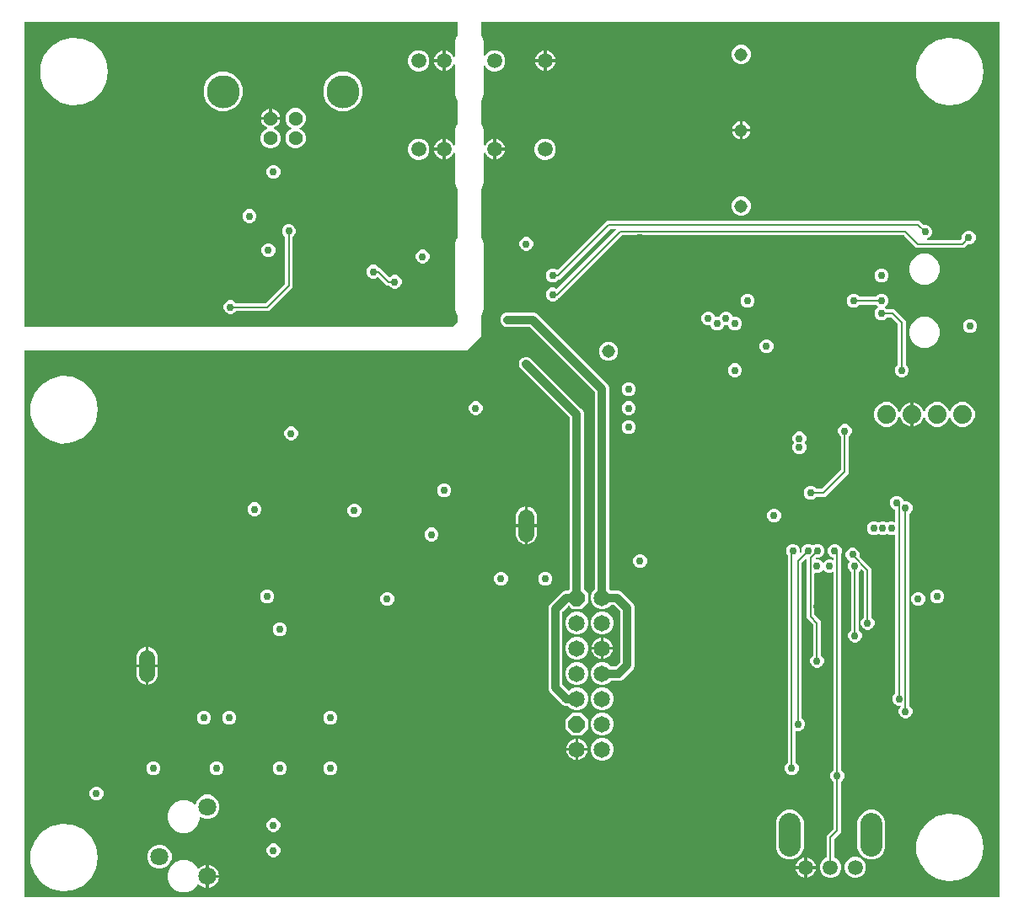
<source format=gbr>
G04 EAGLE Gerber RS-274X export*
G75*
%MOMM*%
%FSLAX34Y34*%
%LPD*%
%INBottom Copper*%
%IPPOS*%
%AMOC8*
5,1,8,0,0,1.08239X$1,22.5*%
G01*
%ADD10C,1.508000*%
%ADD11C,3.316000*%
%ADD12C,1.428000*%
%ADD13C,1.650000*%
%ADD14C,1.308000*%
%ADD15C,2.184400*%
%ADD16C,1.879600*%
%ADD17P,1.785944X8X292.500000*%
%ADD18C,1.650000*%
%ADD19C,1.800000*%
%ADD20C,0.756400*%
%ADD21C,0.152400*%
%ADD22C,0.812800*%
%ADD23C,0.203200*%

G36*
X989098Y10164D02*
X989098Y10164D01*
X989117Y10162D01*
X989219Y10184D01*
X989321Y10200D01*
X989338Y10210D01*
X989358Y10214D01*
X989447Y10267D01*
X989538Y10316D01*
X989552Y10330D01*
X989569Y10340D01*
X989636Y10419D01*
X989708Y10494D01*
X989716Y10512D01*
X989729Y10527D01*
X989768Y10623D01*
X989811Y10717D01*
X989813Y10737D01*
X989821Y10755D01*
X989839Y10922D01*
X989839Y889078D01*
X989836Y889098D01*
X989838Y889117D01*
X989816Y889219D01*
X989800Y889321D01*
X989790Y889338D01*
X989786Y889358D01*
X989733Y889447D01*
X989684Y889538D01*
X989670Y889552D01*
X989660Y889569D01*
X989581Y889636D01*
X989506Y889708D01*
X989488Y889716D01*
X989473Y889729D01*
X989377Y889768D01*
X989283Y889811D01*
X989263Y889813D01*
X989245Y889821D01*
X989078Y889839D01*
X469900Y889839D01*
X469880Y889836D01*
X469861Y889838D01*
X469759Y889816D01*
X469657Y889800D01*
X469640Y889790D01*
X469620Y889786D01*
X469531Y889733D01*
X469440Y889684D01*
X469426Y889670D01*
X469409Y889660D01*
X469342Y889581D01*
X469271Y889506D01*
X469262Y889488D01*
X469249Y889473D01*
X469210Y889377D01*
X469167Y889283D01*
X469165Y889263D01*
X469157Y889245D01*
X469139Y889078D01*
X469139Y876292D01*
X469154Y876202D01*
X469161Y876111D01*
X469173Y876081D01*
X469179Y876049D01*
X469221Y875968D01*
X469257Y875884D01*
X469283Y875852D01*
X469294Y875832D01*
X469317Y875809D01*
X469362Y875754D01*
X469690Y875425D01*
X471933Y870011D01*
X471933Y856644D01*
X471934Y856635D01*
X471934Y856631D01*
X471938Y856613D01*
X471948Y856548D01*
X471958Y856451D01*
X471968Y856427D01*
X471972Y856401D01*
X472018Y856315D01*
X472058Y856226D01*
X472075Y856207D01*
X472088Y856184D01*
X472158Y856117D01*
X472224Y856045D01*
X472247Y856032D01*
X472266Y856014D01*
X472354Y855973D01*
X472440Y855926D01*
X472465Y855922D01*
X472489Y855911D01*
X472586Y855900D01*
X472682Y855882D01*
X472708Y855886D01*
X472733Y855883D01*
X472828Y855904D01*
X472925Y855918D01*
X472948Y855930D01*
X472974Y855936D01*
X473057Y855986D01*
X473144Y856030D01*
X473163Y856048D01*
X473185Y856062D01*
X473248Y856136D01*
X473316Y856205D01*
X473332Y856234D01*
X473345Y856249D01*
X473357Y856280D01*
X473397Y856352D01*
X473623Y856898D01*
X476602Y859877D01*
X480494Y861489D01*
X484706Y861489D01*
X488598Y859877D01*
X491577Y856898D01*
X493189Y853006D01*
X493189Y848794D01*
X491577Y844902D01*
X488598Y841923D01*
X484706Y840311D01*
X480494Y840311D01*
X476602Y841923D01*
X473623Y844902D01*
X473397Y845448D01*
X473346Y845530D01*
X473300Y845616D01*
X473281Y845634D01*
X473268Y845657D01*
X473193Y845719D01*
X473122Y845786D01*
X473098Y845797D01*
X473078Y845814D01*
X472987Y845848D01*
X472899Y845889D01*
X472873Y845892D01*
X472849Y845902D01*
X472751Y845906D01*
X472655Y845917D01*
X472629Y845911D01*
X472603Y845912D01*
X472509Y845885D01*
X472414Y845864D01*
X472392Y845851D01*
X472367Y845844D01*
X472287Y845788D01*
X472203Y845738D01*
X472186Y845718D01*
X472165Y845703D01*
X472107Y845625D01*
X472043Y845551D01*
X472033Y845527D01*
X472018Y845506D01*
X471988Y845413D01*
X471951Y845323D01*
X471948Y845291D01*
X471942Y845272D01*
X471942Y845239D01*
X471933Y845156D01*
X471933Y817159D01*
X469690Y811745D01*
X469362Y811416D01*
X469309Y811343D01*
X469249Y811273D01*
X469237Y811243D01*
X469218Y811217D01*
X469191Y811130D01*
X469157Y811045D01*
X469153Y811004D01*
X469146Y810982D01*
X469147Y810949D01*
X469139Y810878D01*
X469139Y787392D01*
X469142Y787374D01*
X469140Y787358D01*
X469154Y787290D01*
X469161Y787211D01*
X469173Y787181D01*
X469179Y787149D01*
X469190Y787128D01*
X469192Y787117D01*
X469221Y787068D01*
X469257Y786984D01*
X469283Y786952D01*
X469294Y786932D01*
X469315Y786911D01*
X469318Y786906D01*
X469323Y786902D01*
X469362Y786854D01*
X469690Y786525D01*
X471933Y781111D01*
X471933Y766440D01*
X471944Y766373D01*
X471945Y766305D01*
X471963Y766252D01*
X471972Y766197D01*
X472004Y766137D01*
X472027Y766073D01*
X472061Y766029D01*
X472088Y765980D01*
X472137Y765933D01*
X472178Y765880D01*
X472225Y765849D01*
X472266Y765810D01*
X472327Y765782D01*
X472384Y765745D01*
X472438Y765730D01*
X472489Y765707D01*
X472556Y765699D01*
X472622Y765682D01*
X472678Y765686D01*
X472733Y765680D01*
X472800Y765694D01*
X472867Y765699D01*
X472919Y765720D01*
X472974Y765732D01*
X473032Y765767D01*
X473095Y765793D01*
X473137Y765829D01*
X473185Y765858D01*
X473229Y765910D01*
X473280Y765954D01*
X473323Y766020D01*
X473345Y766045D01*
X473353Y766064D01*
X473372Y766094D01*
X473978Y767283D01*
X474911Y768567D01*
X476033Y769689D01*
X477317Y770622D01*
X478730Y771342D01*
X480239Y771833D01*
X481077Y771965D01*
X481077Y762762D01*
X481080Y762742D01*
X481078Y762723D01*
X481100Y762621D01*
X481117Y762519D01*
X481126Y762502D01*
X481130Y762482D01*
X481183Y762393D01*
X481232Y762302D01*
X481246Y762288D01*
X481256Y762271D01*
X481335Y762204D01*
X481410Y762133D01*
X481428Y762124D01*
X481443Y762111D01*
X481539Y762073D01*
X481633Y762029D01*
X481653Y762027D01*
X481671Y762019D01*
X481838Y762001D01*
X482601Y762001D01*
X482601Y761999D01*
X481838Y761999D01*
X481818Y761996D01*
X481799Y761998D01*
X481697Y761976D01*
X481595Y761959D01*
X481578Y761950D01*
X481558Y761946D01*
X481469Y761893D01*
X481378Y761844D01*
X481364Y761830D01*
X481347Y761820D01*
X481280Y761741D01*
X481209Y761666D01*
X481200Y761648D01*
X481187Y761633D01*
X481148Y761537D01*
X481105Y761443D01*
X481103Y761423D01*
X481095Y761405D01*
X481077Y761238D01*
X481077Y752035D01*
X480239Y752167D01*
X478730Y752658D01*
X477317Y753378D01*
X476033Y754311D01*
X474911Y755433D01*
X473978Y756717D01*
X473372Y757906D01*
X473332Y757960D01*
X473300Y758020D01*
X473260Y758059D01*
X473227Y758104D01*
X473171Y758143D01*
X473122Y758190D01*
X473071Y758213D01*
X473025Y758245D01*
X472960Y758265D01*
X472899Y758293D01*
X472843Y758299D01*
X472790Y758315D01*
X472722Y758313D01*
X472655Y758320D01*
X472600Y758308D01*
X472544Y758306D01*
X472481Y758283D01*
X472414Y758268D01*
X472366Y758239D01*
X472314Y758220D01*
X472261Y758177D01*
X472203Y758142D01*
X472167Y758099D01*
X472123Y758064D01*
X472087Y758007D01*
X472043Y757955D01*
X472022Y757903D01*
X471992Y757856D01*
X471977Y757790D01*
X471951Y757727D01*
X471943Y757648D01*
X471935Y757616D01*
X471937Y757596D01*
X471933Y757560D01*
X471933Y728259D01*
X469690Y722845D01*
X469362Y722516D01*
X469309Y722443D01*
X469249Y722373D01*
X469237Y722343D01*
X469218Y722317D01*
X469191Y722230D01*
X469157Y722145D01*
X469153Y722104D01*
X469146Y722082D01*
X469147Y722049D01*
X469139Y721978D01*
X469139Y673092D01*
X469153Y673002D01*
X469161Y672911D01*
X469173Y672881D01*
X469179Y672849D01*
X469221Y672769D01*
X469257Y672684D01*
X469283Y672652D01*
X469294Y672632D01*
X469317Y672610D01*
X469362Y672554D01*
X469690Y672225D01*
X471933Y666810D01*
X471933Y601259D01*
X469690Y595845D01*
X469362Y595516D01*
X469309Y595443D01*
X469249Y595373D01*
X469237Y595343D01*
X469218Y595317D01*
X469191Y595230D01*
X469157Y595145D01*
X469153Y595104D01*
X469146Y595082D01*
X469147Y595049D01*
X469139Y594978D01*
X469139Y574355D01*
X454345Y559561D01*
X10922Y559561D01*
X10902Y559558D01*
X10883Y559560D01*
X10781Y559538D01*
X10679Y559522D01*
X10662Y559512D01*
X10642Y559508D01*
X10553Y559455D01*
X10462Y559406D01*
X10448Y559392D01*
X10431Y559382D01*
X10364Y559303D01*
X10292Y559228D01*
X10284Y559210D01*
X10271Y559195D01*
X10232Y559099D01*
X10189Y559005D01*
X10187Y558985D01*
X10179Y558967D01*
X10161Y558800D01*
X10161Y10922D01*
X10164Y10902D01*
X10162Y10883D01*
X10184Y10781D01*
X10200Y10679D01*
X10210Y10662D01*
X10214Y10642D01*
X10267Y10553D01*
X10316Y10462D01*
X10330Y10448D01*
X10340Y10431D01*
X10419Y10364D01*
X10494Y10292D01*
X10512Y10284D01*
X10527Y10271D01*
X10623Y10232D01*
X10717Y10189D01*
X10737Y10187D01*
X10755Y10179D01*
X10922Y10161D01*
X989078Y10161D01*
X989098Y10164D01*
G37*
G36*
X439510Y583454D02*
X439510Y583454D01*
X439601Y583461D01*
X439631Y583473D01*
X439663Y583479D01*
X439743Y583521D01*
X439827Y583557D01*
X439859Y583583D01*
X439880Y583594D01*
X439902Y583617D01*
X439958Y583662D01*
X445038Y588742D01*
X445091Y588816D01*
X445151Y588885D01*
X445163Y588915D01*
X445182Y588941D01*
X445209Y589028D01*
X445243Y589113D01*
X445247Y589154D01*
X445254Y589177D01*
X445253Y589209D01*
X445261Y589280D01*
X445261Y594978D01*
X445247Y595068D01*
X445239Y595159D01*
X445227Y595189D01*
X445222Y595221D01*
X445179Y595302D01*
X445143Y595386D01*
X445117Y595418D01*
X445106Y595438D01*
X445083Y595460D01*
X445038Y595517D01*
X444710Y595845D01*
X442467Y601259D01*
X442467Y666811D01*
X444710Y672225D01*
X445038Y672553D01*
X445092Y672628D01*
X445151Y672697D01*
X445163Y672727D01*
X445182Y672753D01*
X445209Y672840D01*
X445243Y672925D01*
X445247Y672966D01*
X445254Y672988D01*
X445253Y673021D01*
X445261Y673092D01*
X445261Y721978D01*
X445247Y722068D01*
X445239Y722159D01*
X445227Y722189D01*
X445222Y722221D01*
X445201Y722259D01*
X445200Y722266D01*
X445180Y722299D01*
X445179Y722302D01*
X445143Y722386D01*
X445117Y722418D01*
X445106Y722438D01*
X445084Y722459D01*
X445074Y722477D01*
X445061Y722488D01*
X445038Y722517D01*
X444710Y722845D01*
X442467Y728259D01*
X442467Y757560D01*
X442456Y757627D01*
X442455Y757695D01*
X442437Y757748D01*
X442428Y757803D01*
X442396Y757863D01*
X442373Y757927D01*
X442339Y757971D01*
X442312Y758020D01*
X442263Y758067D01*
X442222Y758120D01*
X442175Y758151D01*
X442134Y758190D01*
X442073Y758218D01*
X442016Y758255D01*
X441962Y758270D01*
X441911Y758293D01*
X441844Y758301D01*
X441778Y758318D01*
X441722Y758314D01*
X441667Y758320D01*
X441600Y758306D01*
X441533Y758301D01*
X441481Y758280D01*
X441426Y758268D01*
X441368Y758233D01*
X441305Y758207D01*
X441263Y758171D01*
X441215Y758142D01*
X441171Y758090D01*
X441120Y758046D01*
X441077Y757980D01*
X441055Y757955D01*
X441047Y757936D01*
X441028Y757906D01*
X440422Y756717D01*
X439489Y755433D01*
X438367Y754311D01*
X437083Y753378D01*
X435670Y752658D01*
X434161Y752167D01*
X433323Y752035D01*
X433323Y761238D01*
X433320Y761258D01*
X433322Y761277D01*
X433300Y761379D01*
X433283Y761481D01*
X433274Y761498D01*
X433270Y761518D01*
X433217Y761607D01*
X433168Y761698D01*
X433154Y761712D01*
X433144Y761729D01*
X433065Y761796D01*
X432990Y761867D01*
X432972Y761876D01*
X432957Y761889D01*
X432861Y761927D01*
X432767Y761971D01*
X432747Y761973D01*
X432729Y761981D01*
X432562Y761999D01*
X431799Y761999D01*
X431799Y762001D01*
X432562Y762001D01*
X432582Y762004D01*
X432601Y762002D01*
X432703Y762024D01*
X432805Y762041D01*
X432822Y762050D01*
X432842Y762054D01*
X432931Y762107D01*
X433022Y762156D01*
X433036Y762170D01*
X433053Y762180D01*
X433120Y762259D01*
X433191Y762334D01*
X433200Y762352D01*
X433213Y762367D01*
X433252Y762463D01*
X433295Y762557D01*
X433297Y762577D01*
X433305Y762595D01*
X433323Y762762D01*
X433323Y771965D01*
X434161Y771833D01*
X435670Y771342D01*
X437083Y770622D01*
X438367Y769689D01*
X439489Y768567D01*
X440422Y767283D01*
X441028Y766094D01*
X441068Y766040D01*
X441100Y765980D01*
X441140Y765941D01*
X441173Y765896D01*
X441229Y765857D01*
X441278Y765810D01*
X441329Y765787D01*
X441375Y765755D01*
X441440Y765735D01*
X441501Y765707D01*
X441557Y765701D01*
X441610Y765685D01*
X441678Y765687D01*
X441745Y765680D01*
X441800Y765692D01*
X441856Y765694D01*
X441920Y765717D01*
X441986Y765732D01*
X442034Y765761D01*
X442086Y765780D01*
X442139Y765823D01*
X442197Y765858D01*
X442233Y765901D01*
X442277Y765936D01*
X442313Y765993D01*
X442357Y766045D01*
X442378Y766097D01*
X442408Y766144D01*
X442423Y766210D01*
X442449Y766273D01*
X442457Y766352D01*
X442465Y766383D01*
X442463Y766404D01*
X442467Y766440D01*
X442467Y781111D01*
X444710Y786525D01*
X445038Y786853D01*
X445092Y786928D01*
X445151Y786997D01*
X445163Y787027D01*
X445182Y787053D01*
X445209Y787140D01*
X445243Y787225D01*
X445247Y787266D01*
X445254Y787288D01*
X445253Y787321D01*
X445261Y787392D01*
X445261Y810878D01*
X445247Y810968D01*
X445239Y811059D01*
X445227Y811089D01*
X445222Y811121D01*
X445179Y811202D01*
X445143Y811286D01*
X445117Y811318D01*
X445106Y811338D01*
X445083Y811360D01*
X445038Y811417D01*
X444710Y811745D01*
X442467Y817160D01*
X442467Y846460D01*
X442456Y846527D01*
X442455Y846595D01*
X442437Y846648D01*
X442428Y846703D01*
X442396Y846763D01*
X442373Y846827D01*
X442339Y846871D01*
X442312Y846920D01*
X442263Y846967D01*
X442222Y847020D01*
X442175Y847051D01*
X442134Y847090D01*
X442073Y847118D01*
X442016Y847155D01*
X441962Y847170D01*
X441911Y847193D01*
X441844Y847201D01*
X441778Y847218D01*
X441722Y847214D01*
X441667Y847220D01*
X441600Y847206D01*
X441533Y847201D01*
X441481Y847180D01*
X441426Y847168D01*
X441368Y847133D01*
X441305Y847107D01*
X441263Y847071D01*
X441215Y847042D01*
X441171Y846990D01*
X441120Y846946D01*
X441077Y846880D01*
X441055Y846855D01*
X441047Y846836D01*
X441028Y846806D01*
X440422Y845617D01*
X439489Y844333D01*
X438367Y843211D01*
X437083Y842278D01*
X435670Y841558D01*
X434161Y841067D01*
X433323Y840935D01*
X433323Y850138D01*
X433320Y850158D01*
X433322Y850177D01*
X433300Y850279D01*
X433283Y850381D01*
X433274Y850398D01*
X433270Y850418D01*
X433217Y850507D01*
X433168Y850598D01*
X433154Y850612D01*
X433144Y850629D01*
X433065Y850696D01*
X432990Y850767D01*
X432972Y850776D01*
X432957Y850789D01*
X432861Y850827D01*
X432767Y850871D01*
X432747Y850873D01*
X432729Y850881D01*
X432562Y850899D01*
X431799Y850899D01*
X431799Y850901D01*
X432562Y850901D01*
X432582Y850904D01*
X432601Y850902D01*
X432703Y850924D01*
X432805Y850941D01*
X432822Y850950D01*
X432842Y850954D01*
X432931Y851007D01*
X433022Y851056D01*
X433036Y851070D01*
X433053Y851080D01*
X433120Y851159D01*
X433191Y851234D01*
X433200Y851252D01*
X433213Y851267D01*
X433252Y851363D01*
X433295Y851457D01*
X433297Y851477D01*
X433305Y851495D01*
X433323Y851662D01*
X433323Y860865D01*
X434161Y860733D01*
X435670Y860242D01*
X437083Y859522D01*
X438367Y858589D01*
X439489Y857467D01*
X440422Y856183D01*
X441028Y854994D01*
X441068Y854940D01*
X441100Y854880D01*
X441140Y854841D01*
X441173Y854796D01*
X441229Y854757D01*
X441278Y854710D01*
X441329Y854687D01*
X441375Y854655D01*
X441440Y854635D01*
X441501Y854607D01*
X441557Y854601D01*
X441610Y854585D01*
X441678Y854587D01*
X441745Y854580D01*
X441800Y854592D01*
X441856Y854594D01*
X441919Y854617D01*
X441986Y854632D01*
X442034Y854661D01*
X442086Y854680D01*
X442139Y854723D01*
X442197Y854758D01*
X442233Y854801D01*
X442277Y854836D01*
X442313Y854893D01*
X442357Y854945D01*
X442378Y854997D01*
X442408Y855044D01*
X442423Y855110D01*
X442449Y855173D01*
X442457Y855252D01*
X442465Y855284D01*
X442463Y855304D01*
X442467Y855340D01*
X442467Y870011D01*
X444710Y875425D01*
X445038Y875753D01*
X445092Y875828D01*
X445151Y875897D01*
X445163Y875927D01*
X445182Y875953D01*
X445209Y876040D01*
X445243Y876125D01*
X445247Y876166D01*
X445254Y876188D01*
X445253Y876221D01*
X445261Y876292D01*
X445261Y889078D01*
X445258Y889098D01*
X445260Y889117D01*
X445238Y889219D01*
X445222Y889321D01*
X445212Y889338D01*
X445208Y889358D01*
X445155Y889447D01*
X445106Y889538D01*
X445092Y889552D01*
X445082Y889569D01*
X445003Y889636D01*
X444928Y889708D01*
X444910Y889716D01*
X444895Y889729D01*
X444799Y889768D01*
X444705Y889811D01*
X444685Y889813D01*
X444667Y889821D01*
X444500Y889839D01*
X10922Y889839D01*
X10902Y889836D01*
X10883Y889838D01*
X10781Y889816D01*
X10679Y889800D01*
X10662Y889790D01*
X10642Y889786D01*
X10553Y889733D01*
X10462Y889684D01*
X10448Y889670D01*
X10431Y889660D01*
X10364Y889581D01*
X10292Y889506D01*
X10284Y889488D01*
X10271Y889473D01*
X10232Y889377D01*
X10189Y889283D01*
X10187Y889263D01*
X10179Y889245D01*
X10161Y889078D01*
X10161Y584200D01*
X10164Y584180D01*
X10162Y584161D01*
X10184Y584059D01*
X10200Y583957D01*
X10210Y583940D01*
X10214Y583920D01*
X10267Y583831D01*
X10316Y583740D01*
X10330Y583726D01*
X10340Y583709D01*
X10419Y583642D01*
X10494Y583571D01*
X10512Y583562D01*
X10527Y583549D01*
X10623Y583510D01*
X10717Y583467D01*
X10737Y583465D01*
X10755Y583457D01*
X10922Y583439D01*
X439420Y583439D01*
X439510Y583454D01*
G37*
%LPC*%
G36*
X817894Y29411D02*
X817894Y29411D01*
X814002Y31023D01*
X811023Y34002D01*
X809411Y37894D01*
X809411Y42106D01*
X811023Y45998D01*
X814002Y48977D01*
X815719Y49688D01*
X815819Y49750D01*
X815919Y49810D01*
X815923Y49814D01*
X815928Y49818D01*
X816003Y49907D01*
X816079Y49996D01*
X816081Y50002D01*
X816085Y50007D01*
X816127Y50115D01*
X816171Y50225D01*
X816172Y50232D01*
X816173Y50237D01*
X816174Y50255D01*
X816189Y50391D01*
X816189Y71848D01*
X822736Y78395D01*
X822789Y78469D01*
X822849Y78539D01*
X822861Y78569D01*
X822880Y78595D01*
X822907Y78682D01*
X822941Y78767D01*
X822945Y78808D01*
X822952Y78830D01*
X822951Y78862D01*
X822959Y78934D01*
X822959Y125915D01*
X822945Y126005D01*
X822937Y126096D01*
X822925Y126126D01*
X822920Y126158D01*
X822877Y126239D01*
X822841Y126323D01*
X822815Y126355D01*
X822804Y126375D01*
X822781Y126398D01*
X822736Y126454D01*
X820979Y128211D01*
X819939Y130721D01*
X819939Y133439D01*
X820979Y135949D01*
X822736Y137706D01*
X822789Y137780D01*
X822849Y137850D01*
X822861Y137880D01*
X822880Y137906D01*
X822907Y137993D01*
X822941Y138078D01*
X822945Y138119D01*
X822952Y138141D01*
X822951Y138173D01*
X822959Y138245D01*
X822959Y335945D01*
X822952Y335990D01*
X822954Y336036D01*
X822932Y336111D01*
X822920Y336188D01*
X822898Y336228D01*
X822885Y336272D01*
X822841Y336336D01*
X822804Y336405D01*
X822771Y336437D01*
X822745Y336474D01*
X822683Y336521D01*
X822626Y336575D01*
X822584Y336594D01*
X822548Y336621D01*
X822474Y336645D01*
X822403Y336678D01*
X822357Y336683D01*
X822314Y336697D01*
X822236Y336697D01*
X822159Y336705D01*
X822114Y336696D01*
X822068Y336695D01*
X821936Y336657D01*
X821918Y336653D01*
X821914Y336650D01*
X821907Y336648D01*
X820509Y336069D01*
X817791Y336069D01*
X815281Y337109D01*
X813338Y339052D01*
X813322Y339063D01*
X813310Y339079D01*
X813222Y339135D01*
X813139Y339195D01*
X813120Y339201D01*
X813103Y339212D01*
X813002Y339237D01*
X812903Y339268D01*
X812884Y339267D01*
X812864Y339272D01*
X812761Y339264D01*
X812658Y339261D01*
X812639Y339254D01*
X812619Y339253D01*
X812524Y339212D01*
X812427Y339177D01*
X812411Y339164D01*
X812393Y339156D01*
X812262Y339052D01*
X810319Y337109D01*
X807809Y336069D01*
X805091Y336069D01*
X804963Y336122D01*
X804919Y336133D01*
X804877Y336152D01*
X804800Y336161D01*
X804724Y336178D01*
X804678Y336174D01*
X804633Y336179D01*
X804556Y336163D01*
X804479Y336155D01*
X804437Y336137D01*
X804392Y336127D01*
X804325Y336087D01*
X804254Y336055D01*
X804220Y336024D01*
X804181Y336001D01*
X804130Y335942D01*
X804073Y335889D01*
X804051Y335849D01*
X804021Y335814D01*
X803992Y335742D01*
X803955Y335673D01*
X803946Y335628D01*
X803929Y335586D01*
X803914Y335450D01*
X803911Y335431D01*
X803912Y335426D01*
X803911Y335419D01*
X803911Y293994D01*
X803925Y293904D01*
X803933Y293813D01*
X803945Y293783D01*
X803950Y293751D01*
X803993Y293670D01*
X804029Y293586D01*
X804055Y293554D01*
X804066Y293534D01*
X804089Y293511D01*
X804134Y293456D01*
X810261Y287328D01*
X810261Y253815D01*
X810275Y253725D01*
X810283Y253634D01*
X810295Y253604D01*
X810300Y253572D01*
X810343Y253491D01*
X810379Y253407D01*
X810405Y253375D01*
X810416Y253355D01*
X810439Y253332D01*
X810484Y253276D01*
X812241Y251519D01*
X813281Y249009D01*
X813281Y246291D01*
X812241Y243781D01*
X810319Y241859D01*
X807809Y240819D01*
X805091Y240819D01*
X802581Y241859D01*
X800659Y243781D01*
X799619Y246291D01*
X799619Y249009D01*
X800659Y251519D01*
X802416Y253276D01*
X802469Y253350D01*
X802529Y253420D01*
X802541Y253450D01*
X802560Y253476D01*
X802587Y253563D01*
X802621Y253648D01*
X802625Y253689D01*
X802632Y253711D01*
X802631Y253743D01*
X802639Y253815D01*
X802639Y283856D01*
X802625Y283946D01*
X802617Y284037D01*
X802605Y284067D01*
X802600Y284099D01*
X802557Y284180D01*
X802521Y284264D01*
X802495Y284296D01*
X802484Y284316D01*
X802461Y284339D01*
X802416Y284394D01*
X796289Y290522D01*
X796289Y349642D01*
X796278Y349713D01*
X796276Y349785D01*
X796258Y349834D01*
X796250Y349885D01*
X796216Y349948D01*
X796191Y350016D01*
X796159Y350056D01*
X796134Y350102D01*
X796082Y350152D01*
X796038Y350208D01*
X795994Y350236D01*
X795956Y350272D01*
X795891Y350302D01*
X795831Y350341D01*
X795780Y350353D01*
X795733Y350375D01*
X795662Y350383D01*
X795592Y350401D01*
X795540Y350397D01*
X795489Y350402D01*
X795418Y350387D01*
X795347Y350382D01*
X795299Y350361D01*
X795248Y350350D01*
X795187Y350313D01*
X795121Y350285D01*
X795065Y350241D01*
X795037Y350224D01*
X795022Y350206D01*
X794990Y350181D01*
X791434Y346624D01*
X791381Y346550D01*
X791321Y346481D01*
X791309Y346451D01*
X791290Y346425D01*
X791263Y346338D01*
X791229Y346253D01*
X791225Y346212D01*
X791218Y346190D01*
X791219Y346157D01*
X791211Y346086D01*
X791211Y190315D01*
X791225Y190225D01*
X791233Y190134D01*
X791245Y190104D01*
X791250Y190072D01*
X791293Y189991D01*
X791329Y189907D01*
X791355Y189875D01*
X791366Y189855D01*
X791389Y189832D01*
X791434Y189776D01*
X793191Y188019D01*
X794231Y185509D01*
X794231Y182791D01*
X793191Y180281D01*
X791269Y178359D01*
X788759Y177319D01*
X786041Y177319D01*
X785913Y177372D01*
X785869Y177383D01*
X785827Y177402D01*
X785750Y177411D01*
X785674Y177428D01*
X785628Y177424D01*
X785583Y177429D01*
X785506Y177413D01*
X785429Y177405D01*
X785387Y177387D01*
X785342Y177377D01*
X785275Y177337D01*
X785204Y177305D01*
X785170Y177274D01*
X785131Y177251D01*
X785080Y177192D01*
X785023Y177139D01*
X785001Y177099D01*
X784971Y177064D01*
X784942Y176992D01*
X784905Y176923D01*
X784896Y176878D01*
X784879Y176836D01*
X784864Y176700D01*
X784861Y176681D01*
X784862Y176676D01*
X784861Y176669D01*
X784861Y145865D01*
X784875Y145775D01*
X784883Y145684D01*
X784895Y145654D01*
X784900Y145622D01*
X784943Y145541D01*
X784979Y145457D01*
X785005Y145425D01*
X785016Y145405D01*
X785039Y145382D01*
X785084Y145326D01*
X786841Y143569D01*
X787881Y141059D01*
X787881Y138341D01*
X786841Y135831D01*
X784919Y133909D01*
X782409Y132869D01*
X779691Y132869D01*
X777181Y133909D01*
X775259Y135831D01*
X774219Y138341D01*
X774219Y141059D01*
X775259Y143569D01*
X777016Y145326D01*
X777069Y145400D01*
X777129Y145470D01*
X777141Y145500D01*
X777160Y145526D01*
X777187Y145613D01*
X777221Y145698D01*
X777225Y145739D01*
X777232Y145761D01*
X777231Y145793D01*
X777239Y145865D01*
X777239Y353047D01*
X777225Y353137D01*
X777217Y353228D01*
X777205Y353258D01*
X777200Y353290D01*
X777157Y353371D01*
X777121Y353455D01*
X777095Y353487D01*
X777084Y353507D01*
X777061Y353530D01*
X777016Y353586D01*
X776331Y354271D01*
X775291Y356781D01*
X775291Y359499D01*
X776331Y362009D01*
X778253Y363931D01*
X780763Y364971D01*
X783481Y364971D01*
X785991Y363931D01*
X787913Y362009D01*
X788953Y359499D01*
X788953Y356760D01*
X788964Y356689D01*
X788966Y356617D01*
X788984Y356568D01*
X788992Y356517D01*
X789026Y356454D01*
X789051Y356386D01*
X789083Y356346D01*
X789108Y356300D01*
X789159Y356250D01*
X789204Y356194D01*
X789248Y356166D01*
X789286Y356130D01*
X789351Y356100D01*
X789411Y356061D01*
X789462Y356049D01*
X789509Y356027D01*
X789580Y356019D01*
X789650Y356001D01*
X789702Y356005D01*
X789753Y356000D01*
X789824Y356015D01*
X789895Y356020D01*
X789943Y356041D01*
X789994Y356052D01*
X790055Y356089D01*
X790121Y356117D01*
X790177Y356161D01*
X790205Y356178D01*
X790220Y356196D01*
X790252Y356221D01*
X790506Y356476D01*
X790559Y356550D01*
X790619Y356619D01*
X790631Y356649D01*
X790650Y356675D01*
X790677Y356762D01*
X790711Y356847D01*
X790715Y356888D01*
X790722Y356910D01*
X790721Y356943D01*
X790729Y357014D01*
X790729Y359499D01*
X791769Y362009D01*
X793691Y363931D01*
X796201Y364971D01*
X798919Y364971D01*
X801429Y363931D01*
X801668Y363692D01*
X801684Y363681D01*
X801696Y363665D01*
X801784Y363609D01*
X801867Y363549D01*
X801886Y363543D01*
X801903Y363532D01*
X802004Y363507D01*
X802102Y363476D01*
X802122Y363477D01*
X802142Y363472D01*
X802245Y363480D01*
X802348Y363483D01*
X802367Y363490D01*
X802387Y363491D01*
X802482Y363532D01*
X802579Y363567D01*
X802595Y363580D01*
X802613Y363588D01*
X802744Y363692D01*
X802983Y363931D01*
X805493Y364971D01*
X808211Y364971D01*
X810721Y363931D01*
X812643Y362009D01*
X813683Y359499D01*
X813683Y356781D01*
X812643Y354271D01*
X810721Y352349D01*
X808211Y351309D01*
X805726Y351309D01*
X805636Y351295D01*
X805545Y351287D01*
X805515Y351275D01*
X805483Y351270D01*
X805403Y351227D01*
X805319Y351191D01*
X805286Y351165D01*
X805266Y351154D01*
X805244Y351131D01*
X805188Y351086D01*
X805132Y351030D01*
X805090Y350972D01*
X805040Y350920D01*
X805018Y350873D01*
X804988Y350831D01*
X804967Y350762D01*
X804937Y350697D01*
X804931Y350645D01*
X804916Y350596D01*
X804917Y350524D01*
X804910Y350453D01*
X804921Y350402D01*
X804922Y350350D01*
X804947Y350282D01*
X804962Y350212D01*
X804988Y350168D01*
X805006Y350119D01*
X805051Y350063D01*
X805088Y350001D01*
X805127Y349967D01*
X805160Y349927D01*
X805220Y349888D01*
X805275Y349841D01*
X805323Y349822D01*
X805367Y349794D01*
X805436Y349776D01*
X805503Y349749D01*
X805574Y349741D01*
X805605Y349733D01*
X805629Y349735D01*
X805670Y349731D01*
X807809Y349731D01*
X810319Y348691D01*
X812262Y346748D01*
X812278Y346737D01*
X812290Y346721D01*
X812378Y346665D01*
X812461Y346605D01*
X812480Y346599D01*
X812497Y346588D01*
X812598Y346563D01*
X812697Y346532D01*
X812716Y346533D01*
X812736Y346528D01*
X812839Y346536D01*
X812942Y346539D01*
X812961Y346546D01*
X812981Y346547D01*
X813076Y346588D01*
X813173Y346623D01*
X813189Y346636D01*
X813207Y346644D01*
X813338Y346748D01*
X815281Y348691D01*
X817791Y349731D01*
X820509Y349731D01*
X821907Y349152D01*
X821951Y349141D01*
X821993Y349122D01*
X822070Y349113D01*
X822146Y349095D01*
X822192Y349100D01*
X822237Y349095D01*
X822314Y349111D01*
X822391Y349119D01*
X822433Y349137D01*
X822478Y349147D01*
X822545Y349187D01*
X822616Y349219D01*
X822650Y349250D01*
X822689Y349273D01*
X822740Y349332D01*
X822797Y349385D01*
X822819Y349425D01*
X822849Y349460D01*
X822878Y349532D01*
X822915Y349600D01*
X822924Y349646D01*
X822941Y349688D01*
X822956Y349824D01*
X822959Y349843D01*
X822958Y349848D01*
X822959Y349855D01*
X822959Y350764D01*
X822940Y350879D01*
X822923Y350995D01*
X822921Y351001D01*
X822920Y351007D01*
X822865Y351110D01*
X822812Y351214D01*
X822807Y351219D01*
X822804Y351224D01*
X822720Y351304D01*
X822636Y351387D01*
X822630Y351390D01*
X822626Y351394D01*
X822609Y351401D01*
X822489Y351467D01*
X820361Y352349D01*
X818439Y354271D01*
X817399Y356781D01*
X817399Y359499D01*
X818439Y362009D01*
X820361Y363931D01*
X822871Y364971D01*
X825589Y364971D01*
X828099Y363931D01*
X830021Y362009D01*
X831061Y359499D01*
X831061Y356781D01*
X830639Y355762D01*
X830624Y355699D01*
X830599Y355638D01*
X830590Y355555D01*
X830583Y355523D01*
X830584Y355504D01*
X830581Y355471D01*
X830581Y138245D01*
X830595Y138155D01*
X830603Y138064D01*
X830615Y138034D01*
X830620Y138002D01*
X830663Y137921D01*
X830699Y137837D01*
X830725Y137805D01*
X830736Y137785D01*
X830759Y137762D01*
X830804Y137706D01*
X832561Y135949D01*
X833601Y133439D01*
X833601Y130721D01*
X832561Y128211D01*
X830804Y126454D01*
X830751Y126380D01*
X830691Y126310D01*
X830679Y126280D01*
X830660Y126254D01*
X830633Y126167D01*
X830599Y126082D01*
X830595Y126041D01*
X830588Y126019D01*
X830589Y125987D01*
X830581Y125915D01*
X830581Y75462D01*
X828126Y73006D01*
X828125Y73006D01*
X824034Y68914D01*
X823981Y68840D01*
X823921Y68771D01*
X823909Y68741D01*
X823890Y68715D01*
X823863Y68628D01*
X823829Y68543D01*
X823825Y68502D01*
X823818Y68480D01*
X823819Y68447D01*
X823811Y68376D01*
X823811Y50391D01*
X823830Y50277D01*
X823847Y50160D01*
X823849Y50155D01*
X823850Y50149D01*
X823905Y50046D01*
X823958Y49941D01*
X823963Y49937D01*
X823966Y49931D01*
X824050Y49851D01*
X824134Y49769D01*
X824140Y49765D01*
X824144Y49762D01*
X824161Y49754D01*
X824281Y49688D01*
X825998Y48977D01*
X828977Y45998D01*
X830589Y42106D01*
X830589Y37894D01*
X828977Y34002D01*
X825998Y31023D01*
X822106Y29411D01*
X817894Y29411D01*
G37*
%LPD*%
%LPC*%
G36*
X539661Y609119D02*
X539661Y609119D01*
X537151Y610159D01*
X535229Y612081D01*
X534189Y614591D01*
X534189Y617309D01*
X535229Y619819D01*
X537151Y621741D01*
X539661Y622781D01*
X542379Y622781D01*
X544789Y621782D01*
X544902Y621756D01*
X545016Y621727D01*
X545022Y621728D01*
X545028Y621726D01*
X545145Y621737D01*
X545261Y621746D01*
X545267Y621749D01*
X545273Y621749D01*
X545381Y621797D01*
X545487Y621843D01*
X545493Y621847D01*
X545498Y621849D01*
X545512Y621862D01*
X545618Y621947D01*
X604107Y680436D01*
X604148Y680494D01*
X604198Y680546D01*
X604220Y680593D01*
X604250Y680635D01*
X604271Y680704D01*
X604302Y680769D01*
X604307Y680821D01*
X604323Y680871D01*
X604321Y680942D01*
X604329Y681013D01*
X604318Y681064D01*
X604316Y681116D01*
X604292Y681184D01*
X604276Y681254D01*
X604250Y681298D01*
X604232Y681347D01*
X604187Y681403D01*
X604150Y681465D01*
X604111Y681499D01*
X604078Y681539D01*
X604018Y681578D01*
X603963Y681625D01*
X603915Y681644D01*
X603871Y681672D01*
X603802Y681690D01*
X603735Y681717D01*
X603664Y681725D01*
X603633Y681733D01*
X603609Y681731D01*
X603568Y681735D01*
X598899Y681735D01*
X598809Y681721D01*
X598718Y681713D01*
X598688Y681701D01*
X598656Y681696D01*
X598576Y681653D01*
X598492Y681617D01*
X598460Y681591D01*
X598439Y681580D01*
X598417Y681557D01*
X598361Y681512D01*
X547784Y630935D01*
X546931Y630935D01*
X546841Y630921D01*
X546750Y630913D01*
X546720Y630901D01*
X546688Y630896D01*
X546607Y630853D01*
X546523Y630817D01*
X546491Y630791D01*
X546471Y630780D01*
X546448Y630757D01*
X546392Y630712D01*
X544889Y629209D01*
X542379Y628169D01*
X539661Y628169D01*
X537151Y629209D01*
X535229Y631131D01*
X534189Y633641D01*
X534189Y636359D01*
X535229Y638869D01*
X537151Y640791D01*
X539661Y641831D01*
X542379Y641831D01*
X544889Y640791D01*
X544978Y640703D01*
X544994Y640691D01*
X545006Y640675D01*
X545093Y640619D01*
X545177Y640559D01*
X545196Y640553D01*
X545213Y640542D01*
X545313Y640517D01*
X545412Y640487D01*
X545432Y640487D01*
X545452Y640482D01*
X545555Y640490D01*
X545658Y640493D01*
X545677Y640500D01*
X545697Y640501D01*
X545792Y640542D01*
X545889Y640577D01*
X545905Y640590D01*
X545923Y640598D01*
X546054Y640703D01*
X592612Y687261D01*
X595216Y689865D01*
X909734Y689865D01*
X913730Y685869D01*
X913804Y685816D01*
X913873Y685756D01*
X913903Y685744D01*
X913929Y685725D01*
X914016Y685698D01*
X914101Y685664D01*
X914142Y685660D01*
X914165Y685653D01*
X914197Y685654D01*
X914268Y685646D01*
X916394Y685646D01*
X918904Y684606D01*
X920826Y682684D01*
X921866Y680174D01*
X921866Y677456D01*
X920826Y674946D01*
X918904Y673024D01*
X917106Y672279D01*
X917023Y672228D01*
X916937Y672182D01*
X916919Y672164D01*
X916897Y672150D01*
X916835Y672074D01*
X916768Y672004D01*
X916757Y671980D01*
X916740Y671960D01*
X916705Y671869D01*
X916664Y671781D01*
X916661Y671755D01*
X916652Y671731D01*
X916648Y671633D01*
X916637Y671537D01*
X916643Y671511D01*
X916641Y671485D01*
X916669Y671391D01*
X916689Y671296D01*
X916703Y671274D01*
X916710Y671249D01*
X916765Y671169D01*
X916815Y671085D01*
X916835Y671068D01*
X916850Y671047D01*
X916928Y670988D01*
X917002Y670925D01*
X917027Y670915D01*
X917048Y670900D01*
X917140Y670870D01*
X917230Y670833D01*
X917263Y670830D01*
X917281Y670824D01*
X917314Y670824D01*
X917397Y670815D01*
X950501Y670815D01*
X950591Y670829D01*
X950682Y670837D01*
X950712Y670849D01*
X950744Y670854D01*
X950824Y670897D01*
X950908Y670933D01*
X950940Y670959D01*
X950961Y670970D01*
X950983Y670993D01*
X951039Y671038D01*
X951796Y671795D01*
X951849Y671869D01*
X951909Y671938D01*
X951921Y671968D01*
X951940Y671994D01*
X951967Y672081D01*
X952001Y672166D01*
X952005Y672207D01*
X952012Y672230D01*
X952011Y672262D01*
X952019Y672333D01*
X952019Y674459D01*
X953059Y676969D01*
X954981Y678891D01*
X957491Y679931D01*
X960209Y679931D01*
X962719Y678891D01*
X964641Y676969D01*
X965681Y674459D01*
X965681Y671741D01*
X964641Y669231D01*
X962719Y667309D01*
X960209Y666269D01*
X958083Y666269D01*
X957993Y666255D01*
X957902Y666247D01*
X957872Y666235D01*
X957840Y666230D01*
X957760Y666187D01*
X957676Y666151D01*
X957644Y666125D01*
X957623Y666114D01*
X957601Y666091D01*
X957545Y666046D01*
X954184Y662685D01*
X906366Y662685D01*
X893889Y675162D01*
X893815Y675215D01*
X893746Y675275D01*
X893716Y675287D01*
X893690Y675306D01*
X893603Y675333D01*
X893518Y675367D01*
X893477Y675371D01*
X893454Y675378D01*
X893422Y675377D01*
X893351Y675385D01*
X610868Y675385D01*
X610778Y675371D01*
X610687Y675363D01*
X610658Y675351D01*
X610626Y675346D01*
X610545Y675303D01*
X610461Y675267D01*
X610429Y675241D01*
X610408Y675230D01*
X610386Y675207D01*
X610330Y675162D01*
X547053Y611885D01*
X546931Y611885D01*
X546841Y611871D01*
X546750Y611863D01*
X546720Y611851D01*
X546688Y611846D01*
X546607Y611803D01*
X546523Y611767D01*
X546491Y611741D01*
X546471Y611730D01*
X546448Y611707D01*
X546392Y611662D01*
X544889Y610159D01*
X542379Y609119D01*
X539661Y609119D01*
G37*
%LPD*%
%LPC*%
G36*
X588303Y223651D02*
X588303Y223651D01*
X584150Y225371D01*
X580971Y228550D01*
X579251Y232703D01*
X579251Y237197D01*
X580971Y241350D01*
X584150Y244529D01*
X588303Y246249D01*
X592797Y246249D01*
X596950Y244529D01*
X599193Y242286D01*
X599267Y242233D01*
X599337Y242173D01*
X599367Y242161D01*
X599393Y242142D01*
X599480Y242115D01*
X599565Y242081D01*
X599606Y242077D01*
X599628Y242070D01*
X599660Y242071D01*
X599731Y242063D01*
X603798Y242063D01*
X603889Y242077D01*
X603979Y242085D01*
X604009Y242097D01*
X604041Y242102D01*
X604122Y242145D01*
X604206Y242181D01*
X604238Y242207D01*
X604259Y242218D01*
X604281Y242241D01*
X604337Y242286D01*
X608614Y246563D01*
X608667Y246637D01*
X608727Y246707D01*
X608739Y246737D01*
X608758Y246763D01*
X608785Y246850D01*
X608819Y246935D01*
X608823Y246976D01*
X608830Y246998D01*
X608829Y247030D01*
X608837Y247102D01*
X608837Y297728D01*
X608823Y297819D01*
X608815Y297909D01*
X608803Y297939D01*
X608798Y297971D01*
X608755Y298052D01*
X608719Y298136D01*
X608693Y298168D01*
X608682Y298189D01*
X608659Y298211D01*
X608614Y298267D01*
X603067Y303814D01*
X602993Y303867D01*
X602923Y303927D01*
X602893Y303939D01*
X602867Y303958D01*
X602780Y303985D01*
X602695Y304019D01*
X602654Y304023D01*
X602632Y304030D01*
X602600Y304029D01*
X602528Y304037D01*
X599731Y304037D01*
X599641Y304023D01*
X599550Y304015D01*
X599521Y304003D01*
X599489Y303998D01*
X599408Y303955D01*
X599324Y303919D01*
X599292Y303893D01*
X599271Y303882D01*
X599249Y303859D01*
X599193Y303814D01*
X596950Y301571D01*
X592797Y299851D01*
X588303Y299851D01*
X584150Y301571D01*
X580971Y304750D01*
X579251Y308903D01*
X579251Y313397D01*
X580971Y317550D01*
X583214Y319793D01*
X583267Y319867D01*
X583327Y319937D01*
X583339Y319967D01*
X583358Y319993D01*
X583385Y320080D01*
X583419Y320165D01*
X583423Y320206D01*
X583430Y320228D01*
X583429Y320260D01*
X583437Y320331D01*
X583437Y517438D01*
X583423Y517529D01*
X583415Y517619D01*
X583403Y517649D01*
X583398Y517681D01*
X583355Y517762D01*
X583319Y517846D01*
X583293Y517878D01*
X583282Y517899D01*
X583259Y517921D01*
X583214Y517977D01*
X517977Y583214D01*
X517903Y583267D01*
X517833Y583327D01*
X517803Y583339D01*
X517777Y583358D01*
X517690Y583385D01*
X517605Y583419D01*
X517564Y583423D01*
X517542Y583430D01*
X517510Y583429D01*
X517438Y583437D01*
X493885Y583437D01*
X491271Y584520D01*
X489270Y586521D01*
X488187Y589135D01*
X488187Y591965D01*
X489270Y594579D01*
X491271Y596580D01*
X493885Y597663D01*
X522115Y597663D01*
X524729Y596580D01*
X596580Y524729D01*
X597663Y522115D01*
X597663Y320331D01*
X597677Y320241D01*
X597685Y320150D01*
X597697Y320121D01*
X597702Y320089D01*
X597745Y320008D01*
X597781Y319924D01*
X597807Y319892D01*
X597818Y319871D01*
X597841Y319849D01*
X597886Y319793D01*
X599193Y318486D01*
X599267Y318433D01*
X599337Y318373D01*
X599367Y318361D01*
X599393Y318342D01*
X599480Y318315D01*
X599565Y318281D01*
X599606Y318277D01*
X599628Y318270D01*
X599660Y318271D01*
X599731Y318263D01*
X607205Y318263D01*
X609819Y317180D01*
X621980Y305019D01*
X623063Y302405D01*
X623063Y242425D01*
X621980Y239811D01*
X611089Y228920D01*
X608475Y227837D01*
X599731Y227837D01*
X599641Y227823D01*
X599550Y227815D01*
X599521Y227803D01*
X599489Y227798D01*
X599408Y227755D01*
X599324Y227719D01*
X599292Y227693D01*
X599271Y227682D01*
X599249Y227659D01*
X599193Y227614D01*
X596950Y225371D01*
X592797Y223651D01*
X588303Y223651D01*
G37*
%LPD*%
%LPC*%
G36*
X562903Y198251D02*
X562903Y198251D01*
X558750Y199971D01*
X556507Y202214D01*
X556433Y202267D01*
X556363Y202327D01*
X556333Y202339D01*
X556307Y202358D01*
X556220Y202385D01*
X556135Y202419D01*
X556094Y202423D01*
X556072Y202430D01*
X556040Y202429D01*
X555969Y202437D01*
X553575Y202437D01*
X550961Y203520D01*
X537530Y216951D01*
X536447Y219565D01*
X536447Y301135D01*
X537530Y303749D01*
X539638Y305857D01*
X550961Y317180D01*
X553575Y318263D01*
X555969Y318263D01*
X556059Y318277D01*
X556150Y318285D01*
X556179Y318297D01*
X556211Y318302D01*
X556292Y318345D01*
X556376Y318381D01*
X556408Y318407D01*
X556429Y318418D01*
X556451Y318441D01*
X556507Y318486D01*
X557814Y319793D01*
X557867Y319867D01*
X557927Y319936D01*
X557939Y319967D01*
X557958Y319993D01*
X557985Y320080D01*
X558019Y320165D01*
X558023Y320206D01*
X558030Y320228D01*
X558029Y320260D01*
X558037Y320331D01*
X558037Y492039D01*
X558034Y492056D01*
X558036Y492071D01*
X558022Y492138D01*
X558015Y492220D01*
X558003Y492249D01*
X557998Y492281D01*
X557986Y492303D01*
X557984Y492312D01*
X557961Y492350D01*
X557955Y492362D01*
X557919Y492446D01*
X557893Y492478D01*
X557882Y492499D01*
X557859Y492521D01*
X557858Y492523D01*
X557857Y492524D01*
X557814Y492577D01*
X508320Y542071D01*
X507237Y544685D01*
X507237Y547515D01*
X508320Y550129D01*
X510321Y552130D01*
X512935Y553213D01*
X515765Y553213D01*
X518379Y552130D01*
X569072Y501437D01*
X571180Y499329D01*
X572263Y496715D01*
X572263Y320331D01*
X572277Y320241D01*
X572285Y320150D01*
X572297Y320121D01*
X572302Y320089D01*
X572345Y320008D01*
X572381Y319924D01*
X572407Y319892D01*
X572418Y319871D01*
X572441Y319849D01*
X572486Y319793D01*
X576449Y315830D01*
X576449Y306470D01*
X569830Y299851D01*
X560470Y299851D01*
X557648Y302673D01*
X557632Y302684D01*
X557620Y302700D01*
X557533Y302756D01*
X557449Y302816D01*
X557430Y302822D01*
X557413Y302833D01*
X557312Y302858D01*
X557214Y302889D01*
X557194Y302888D01*
X557174Y302893D01*
X557071Y302885D01*
X556968Y302882D01*
X556949Y302876D01*
X556929Y302874D01*
X556834Y302834D01*
X556737Y302798D01*
X556721Y302785D01*
X556703Y302778D01*
X556572Y302673D01*
X550896Y296997D01*
X550843Y296923D01*
X550783Y296853D01*
X550771Y296823D01*
X550752Y296797D01*
X550725Y296710D01*
X550691Y296625D01*
X550687Y296584D01*
X550680Y296562D01*
X550681Y296530D01*
X550673Y296459D01*
X550673Y224242D01*
X550687Y224151D01*
X550695Y224061D01*
X550707Y224031D01*
X550712Y223999D01*
X550755Y223918D01*
X550791Y223834D01*
X550817Y223802D01*
X550828Y223781D01*
X550851Y223759D01*
X550896Y223703D01*
X556572Y218027D01*
X556588Y218016D01*
X556600Y218000D01*
X556688Y217944D01*
X556771Y217884D01*
X556790Y217878D01*
X556807Y217867D01*
X556908Y217842D01*
X557007Y217811D01*
X557027Y217812D01*
X557046Y217807D01*
X557149Y217815D01*
X557252Y217818D01*
X557271Y217824D01*
X557291Y217826D01*
X557386Y217866D01*
X557483Y217902D01*
X557499Y217915D01*
X557517Y217922D01*
X557648Y218027D01*
X558750Y219129D01*
X562903Y220849D01*
X567397Y220849D01*
X571550Y219129D01*
X574729Y215950D01*
X576449Y211797D01*
X576449Y207303D01*
X574729Y203150D01*
X571550Y199971D01*
X567397Y198251D01*
X562903Y198251D01*
G37*
%LPD*%
%LPC*%
G36*
X926321Y28814D02*
X926321Y28814D01*
X916936Y34946D01*
X910050Y43792D01*
X906410Y54395D01*
X906410Y65605D01*
X910050Y76208D01*
X916936Y85054D01*
X926321Y91186D01*
X937188Y93938D01*
X948360Y93012D01*
X958626Y88509D01*
X966874Y80917D01*
X972209Y71057D01*
X974054Y60000D01*
X972209Y48943D01*
X966874Y39083D01*
X958626Y31491D01*
X948360Y26988D01*
X937188Y26062D01*
X926321Y28814D01*
G37*
%LPD*%
%LPC*%
G36*
X46321Y808814D02*
X46321Y808814D01*
X36936Y814946D01*
X30050Y823792D01*
X26410Y834395D01*
X26410Y845605D01*
X30050Y856208D01*
X36936Y865054D01*
X46321Y871186D01*
X57188Y873938D01*
X68360Y873012D01*
X78626Y868509D01*
X86874Y860917D01*
X92209Y851057D01*
X94054Y840000D01*
X92209Y828943D01*
X86874Y819083D01*
X78626Y811491D01*
X68360Y806988D01*
X57188Y806062D01*
X46321Y808814D01*
G37*
%LPD*%
%LPC*%
G36*
X926321Y808814D02*
X926321Y808814D01*
X916936Y814946D01*
X910050Y823792D01*
X906410Y834395D01*
X906410Y845605D01*
X910050Y856208D01*
X916936Y865054D01*
X926321Y871186D01*
X937188Y873938D01*
X948360Y873012D01*
X958626Y868509D01*
X966874Y860917D01*
X972209Y851057D01*
X974054Y840000D01*
X972209Y828943D01*
X966874Y819083D01*
X958626Y811491D01*
X948360Y806988D01*
X937188Y806062D01*
X926321Y808814D01*
G37*
%LPD*%
%LPC*%
G36*
X36321Y468814D02*
X36321Y468814D01*
X26936Y474945D01*
X20050Y483792D01*
X16410Y494395D01*
X16410Y505605D01*
X20050Y516208D01*
X26936Y525054D01*
X36321Y531186D01*
X47188Y533938D01*
X58360Y533012D01*
X68626Y528509D01*
X76874Y520917D01*
X82209Y511057D01*
X84054Y500000D01*
X82209Y488943D01*
X76874Y479083D01*
X68626Y471491D01*
X58360Y466988D01*
X47188Y466062D01*
X36321Y468814D01*
G37*
%LPD*%
%LPC*%
G36*
X36321Y18814D02*
X36321Y18814D01*
X26936Y24946D01*
X20050Y33792D01*
X16410Y44395D01*
X16410Y55605D01*
X20050Y66208D01*
X26936Y75055D01*
X36321Y81186D01*
X47188Y83938D01*
X58360Y83012D01*
X68626Y78509D01*
X76874Y70917D01*
X82209Y61057D01*
X84054Y50000D01*
X82209Y38943D01*
X76874Y29083D01*
X68626Y21491D01*
X58360Y16988D01*
X47188Y16062D01*
X36321Y18814D01*
G37*
%LPD*%
%LPC*%
G36*
X893991Y190019D02*
X893991Y190019D01*
X891481Y191059D01*
X889559Y192981D01*
X888519Y195491D01*
X888519Y198209D01*
X889559Y200719D01*
X890260Y201420D01*
X890301Y201478D01*
X890351Y201530D01*
X890373Y201577D01*
X890403Y201619D01*
X890424Y201688D01*
X890454Y201753D01*
X890460Y201805D01*
X890476Y201855D01*
X890474Y201926D01*
X890482Y201997D01*
X890471Y202048D01*
X890469Y202100D01*
X890445Y202168D01*
X890429Y202238D01*
X890403Y202282D01*
X890385Y202331D01*
X890340Y202387D01*
X890303Y202449D01*
X890264Y202483D01*
X890231Y202523D01*
X890171Y202562D01*
X890116Y202609D01*
X890068Y202628D01*
X890024Y202656D01*
X889955Y202674D01*
X889888Y202701D01*
X889817Y202709D01*
X889786Y202717D01*
X889762Y202715D01*
X889721Y202719D01*
X887641Y202719D01*
X885131Y203759D01*
X883209Y205681D01*
X882169Y208191D01*
X882169Y210909D01*
X883209Y213419D01*
X884966Y215176D01*
X885011Y215238D01*
X885041Y215270D01*
X885047Y215282D01*
X885079Y215320D01*
X885091Y215350D01*
X885110Y215376D01*
X885137Y215463D01*
X885171Y215548D01*
X885175Y215589D01*
X885182Y215611D01*
X885181Y215643D01*
X885189Y215715D01*
X885189Y374045D01*
X885186Y374062D01*
X885188Y374078D01*
X885182Y374104D01*
X885184Y374136D01*
X885162Y374211D01*
X885150Y374288D01*
X885138Y374310D01*
X885136Y374318D01*
X885126Y374334D01*
X885115Y374372D01*
X885071Y374436D01*
X885034Y374505D01*
X885011Y374528D01*
X885010Y374529D01*
X885004Y374535D01*
X885001Y374537D01*
X884975Y374574D01*
X884913Y374621D01*
X884856Y374675D01*
X884814Y374694D01*
X884778Y374721D01*
X884704Y374745D01*
X884633Y374778D01*
X884587Y374783D01*
X884544Y374797D01*
X884466Y374797D01*
X884389Y374805D01*
X884344Y374796D01*
X884298Y374795D01*
X884185Y374762D01*
X884169Y374760D01*
X884162Y374756D01*
X884148Y374753D01*
X884144Y374750D01*
X884137Y374748D01*
X882739Y374169D01*
X880021Y374169D01*
X877511Y375209D01*
X877473Y375247D01*
X877457Y375258D01*
X877445Y375274D01*
X877357Y375330D01*
X877274Y375390D01*
X877254Y375396D01*
X877238Y375407D01*
X877137Y375432D01*
X877038Y375463D01*
X877018Y375462D01*
X876999Y375467D01*
X876896Y375459D01*
X876793Y375456D01*
X876774Y375449D01*
X876754Y375448D01*
X876659Y375407D01*
X876562Y375372D01*
X876546Y375359D01*
X876528Y375351D01*
X876397Y375247D01*
X876359Y375209D01*
X873849Y374169D01*
X871131Y374169D01*
X868621Y375209D01*
X868583Y375247D01*
X868567Y375258D01*
X868555Y375274D01*
X868467Y375330D01*
X868384Y375390D01*
X868365Y375396D01*
X868348Y375407D01*
X868247Y375432D01*
X868149Y375463D01*
X868129Y375462D01*
X868109Y375467D01*
X868006Y375459D01*
X867903Y375456D01*
X867884Y375449D01*
X867864Y375448D01*
X867769Y375407D01*
X867672Y375372D01*
X867656Y375359D01*
X867638Y375351D01*
X867507Y375247D01*
X867469Y375209D01*
X864959Y374169D01*
X862241Y374169D01*
X859731Y375209D01*
X857809Y377131D01*
X856769Y379641D01*
X856769Y382359D01*
X857809Y384869D01*
X859731Y386791D01*
X862241Y387831D01*
X864959Y387831D01*
X867469Y386791D01*
X867507Y386753D01*
X867523Y386742D01*
X867535Y386726D01*
X867623Y386670D01*
X867706Y386610D01*
X867726Y386604D01*
X867742Y386593D01*
X867843Y386568D01*
X867942Y386537D01*
X867962Y386538D01*
X867981Y386533D01*
X868084Y386541D01*
X868187Y386544D01*
X868206Y386551D01*
X868226Y386552D01*
X868321Y386593D01*
X868418Y386628D01*
X868434Y386641D01*
X868452Y386649D01*
X868583Y386753D01*
X868621Y386791D01*
X871131Y387831D01*
X873849Y387831D01*
X876359Y386791D01*
X876397Y386753D01*
X876413Y386742D01*
X876425Y386726D01*
X876513Y386670D01*
X876596Y386610D01*
X876615Y386604D01*
X876632Y386593D01*
X876733Y386568D01*
X876831Y386537D01*
X876851Y386538D01*
X876871Y386533D01*
X876974Y386541D01*
X877077Y386544D01*
X877096Y386551D01*
X877116Y386552D01*
X877211Y386593D01*
X877308Y386628D01*
X877324Y386641D01*
X877342Y386649D01*
X877473Y386753D01*
X877511Y386791D01*
X880021Y387831D01*
X882739Y387831D01*
X884137Y387252D01*
X884181Y387241D01*
X884223Y387222D01*
X884300Y387213D01*
X884376Y387195D01*
X884422Y387200D01*
X884467Y387195D01*
X884544Y387211D01*
X884621Y387219D01*
X884663Y387237D01*
X884708Y387247D01*
X884775Y387287D01*
X884846Y387319D01*
X884880Y387350D01*
X884919Y387373D01*
X884970Y387432D01*
X885027Y387485D01*
X885049Y387525D01*
X885079Y387560D01*
X885108Y387632D01*
X885145Y387700D01*
X885154Y387746D01*
X885171Y387788D01*
X885186Y387924D01*
X885189Y387943D01*
X885188Y387948D01*
X885189Y387955D01*
X885189Y399102D01*
X885170Y399217D01*
X885153Y399333D01*
X885151Y399339D01*
X885150Y399345D01*
X885095Y399448D01*
X885042Y399552D01*
X885037Y399557D01*
X885034Y399562D01*
X884950Y399642D01*
X884866Y399725D01*
X884860Y399728D01*
X884856Y399732D01*
X884839Y399740D01*
X884719Y399806D01*
X882591Y400687D01*
X880669Y402609D01*
X879629Y405119D01*
X879629Y407837D01*
X880669Y410347D01*
X882591Y412269D01*
X885101Y413309D01*
X887819Y413309D01*
X890329Y412269D01*
X892251Y410347D01*
X892991Y408560D01*
X893001Y408543D01*
X893007Y408524D01*
X893066Y408439D01*
X893121Y408351D01*
X893136Y408339D01*
X893147Y408322D01*
X893230Y408261D01*
X893310Y408194D01*
X893329Y408187D01*
X893345Y408175D01*
X893443Y408143D01*
X893540Y408106D01*
X893560Y408105D01*
X893579Y408099D01*
X893682Y408100D01*
X893785Y408096D01*
X893805Y408101D01*
X893825Y408102D01*
X893986Y408148D01*
X893991Y408151D01*
X896709Y408151D01*
X899219Y407111D01*
X901141Y405189D01*
X902181Y402679D01*
X902181Y399961D01*
X901141Y397451D01*
X899384Y395694D01*
X899331Y395620D01*
X899271Y395550D01*
X899259Y395520D01*
X899240Y395494D01*
X899213Y395407D01*
X899179Y395322D01*
X899175Y395281D01*
X899168Y395259D01*
X899169Y395227D01*
X899161Y395155D01*
X899161Y203015D01*
X899175Y202925D01*
X899183Y202834D01*
X899195Y202804D01*
X899200Y202772D01*
X899243Y202691D01*
X899279Y202607D01*
X899305Y202575D01*
X899316Y202555D01*
X899339Y202532D01*
X899384Y202476D01*
X901141Y200719D01*
X902181Y198209D01*
X902181Y195491D01*
X901141Y192981D01*
X899219Y191059D01*
X896709Y190019D01*
X893991Y190019D01*
G37*
%LPD*%
%LPC*%
G36*
X873824Y482853D02*
X873824Y482853D01*
X869249Y484748D01*
X865748Y488249D01*
X863853Y492824D01*
X863853Y497776D01*
X865748Y502351D01*
X869249Y505852D01*
X873824Y507747D01*
X878776Y507747D01*
X883351Y505852D01*
X886852Y502351D01*
X888632Y498052D01*
X888686Y497966D01*
X888734Y497877D01*
X888750Y497862D01*
X888762Y497843D01*
X888840Y497779D01*
X888914Y497710D01*
X888934Y497701D01*
X888951Y497687D01*
X889046Y497650D01*
X889138Y497609D01*
X889160Y497606D01*
X889181Y497598D01*
X889282Y497594D01*
X889383Y497584D01*
X889404Y497589D01*
X889427Y497588D01*
X889524Y497616D01*
X889623Y497639D01*
X889642Y497650D01*
X889663Y497657D01*
X889746Y497714D01*
X889832Y497767D01*
X889847Y497784D01*
X889865Y497797D01*
X889925Y497878D01*
X889990Y497956D01*
X890002Y497981D01*
X890012Y497994D01*
X890022Y498025D01*
X890059Y498109D01*
X890636Y499883D01*
X891489Y501557D01*
X892594Y503078D01*
X893922Y504406D01*
X895443Y505511D01*
X897117Y506364D01*
X898904Y506945D01*
X900177Y507146D01*
X900177Y496062D01*
X900180Y496042D01*
X900178Y496023D01*
X900200Y495921D01*
X900217Y495819D01*
X900226Y495802D01*
X900230Y495782D01*
X900283Y495693D01*
X900332Y495602D01*
X900346Y495588D01*
X900356Y495571D01*
X900435Y495504D01*
X900510Y495433D01*
X900528Y495424D01*
X900543Y495411D01*
X900639Y495373D01*
X900733Y495329D01*
X900753Y495327D01*
X900771Y495319D01*
X900938Y495301D01*
X902462Y495301D01*
X902482Y495304D01*
X902501Y495302D01*
X902603Y495324D01*
X902705Y495341D01*
X902722Y495350D01*
X902742Y495354D01*
X902831Y495407D01*
X902922Y495456D01*
X902936Y495470D01*
X902953Y495480D01*
X903020Y495559D01*
X903091Y495634D01*
X903100Y495652D01*
X903113Y495667D01*
X903152Y495763D01*
X903195Y495857D01*
X903197Y495877D01*
X903205Y495895D01*
X903223Y496062D01*
X903223Y507146D01*
X904496Y506945D01*
X906283Y506364D01*
X907957Y505511D01*
X909478Y504406D01*
X910806Y503078D01*
X911911Y501557D01*
X912764Y499883D01*
X913341Y498109D01*
X913387Y498019D01*
X913428Y497926D01*
X913443Y497910D01*
X913453Y497890D01*
X913526Y497820D01*
X913595Y497745D01*
X913614Y497734D01*
X913630Y497719D01*
X913721Y497675D01*
X913810Y497626D01*
X913832Y497622D01*
X913852Y497613D01*
X913952Y497601D01*
X914052Y497583D01*
X914074Y497586D01*
X914096Y497583D01*
X914195Y497604D01*
X914295Y497618D01*
X914315Y497628D01*
X914337Y497633D01*
X914424Y497684D01*
X914515Y497730D01*
X914530Y497746D01*
X914549Y497757D01*
X914616Y497833D01*
X914687Y497905D01*
X914700Y497930D01*
X914711Y497942D01*
X914724Y497972D01*
X914768Y498052D01*
X916548Y502351D01*
X920049Y505852D01*
X924624Y507747D01*
X929576Y507747D01*
X934151Y505852D01*
X937652Y502351D01*
X939097Y498862D01*
X939135Y498801D01*
X939164Y498736D01*
X939199Y498698D01*
X939226Y498653D01*
X939282Y498607D01*
X939330Y498555D01*
X939376Y498530D01*
X939416Y498496D01*
X939483Y498471D01*
X939546Y498436D01*
X939597Y498427D01*
X939645Y498408D01*
X939717Y498405D01*
X939788Y498392D01*
X939839Y498400D01*
X939891Y498398D01*
X939960Y498418D01*
X940031Y498428D01*
X940077Y498452D01*
X940127Y498466D01*
X940186Y498507D01*
X940250Y498540D01*
X940287Y498577D01*
X940329Y498607D01*
X940372Y498664D01*
X940422Y498715D01*
X940457Y498778D01*
X940476Y498804D01*
X940483Y498826D01*
X940503Y498862D01*
X941948Y502351D01*
X945449Y505852D01*
X950024Y507747D01*
X954976Y507747D01*
X959551Y505852D01*
X963052Y502351D01*
X964947Y497776D01*
X964947Y492824D01*
X963052Y488249D01*
X959551Y484748D01*
X954976Y482853D01*
X950024Y482853D01*
X945449Y484748D01*
X941948Y488249D01*
X940503Y491738D01*
X940465Y491799D01*
X940436Y491864D01*
X940401Y491902D01*
X940374Y491947D01*
X940318Y491992D01*
X940270Y492045D01*
X940224Y492070D01*
X940184Y492104D01*
X940117Y492129D01*
X940054Y492164D01*
X940003Y492173D01*
X939955Y492192D01*
X939883Y492195D01*
X939812Y492208D01*
X939761Y492200D01*
X939709Y492202D01*
X939640Y492182D01*
X939569Y492172D01*
X939523Y492148D01*
X939473Y492134D01*
X939414Y492093D01*
X939350Y492060D01*
X939313Y492023D01*
X939271Y491993D01*
X939228Y491936D01*
X939178Y491885D01*
X939143Y491822D01*
X939124Y491796D01*
X939117Y491774D01*
X939097Y491738D01*
X937652Y488249D01*
X934151Y484748D01*
X929576Y482853D01*
X924624Y482853D01*
X920049Y484748D01*
X916548Y488249D01*
X914768Y492548D01*
X914714Y492634D01*
X914666Y492723D01*
X914650Y492738D01*
X914638Y492757D01*
X914560Y492821D01*
X914486Y492890D01*
X914466Y492899D01*
X914449Y492913D01*
X914354Y492950D01*
X914262Y492991D01*
X914240Y492994D01*
X914219Y493002D01*
X914118Y493006D01*
X914017Y493016D01*
X913996Y493011D01*
X913973Y493012D01*
X913876Y492984D01*
X913777Y492961D01*
X913758Y492950D01*
X913737Y492943D01*
X913654Y492886D01*
X913568Y492833D01*
X913553Y492816D01*
X913535Y492803D01*
X913475Y492722D01*
X913410Y492644D01*
X913398Y492619D01*
X913388Y492606D01*
X913378Y492575D01*
X913341Y492491D01*
X912764Y490717D01*
X911911Y489043D01*
X910806Y487522D01*
X909478Y486194D01*
X907957Y485089D01*
X906283Y484236D01*
X904496Y483655D01*
X903223Y483454D01*
X903223Y494538D01*
X903220Y494558D01*
X903222Y494577D01*
X903200Y494679D01*
X903183Y494781D01*
X903174Y494798D01*
X903170Y494818D01*
X903117Y494907D01*
X903068Y494998D01*
X903054Y495012D01*
X903044Y495029D01*
X902965Y495096D01*
X902890Y495167D01*
X902872Y495176D01*
X902857Y495189D01*
X902761Y495227D01*
X902667Y495271D01*
X902647Y495273D01*
X902629Y495281D01*
X902462Y495299D01*
X900938Y495299D01*
X900918Y495296D01*
X900899Y495298D01*
X900797Y495276D01*
X900695Y495259D01*
X900678Y495250D01*
X900658Y495246D01*
X900569Y495193D01*
X900478Y495144D01*
X900464Y495130D01*
X900447Y495120D01*
X900380Y495041D01*
X900309Y494966D01*
X900300Y494948D01*
X900287Y494933D01*
X900248Y494837D01*
X900205Y494743D01*
X900203Y494723D01*
X900195Y494705D01*
X900177Y494538D01*
X900177Y483454D01*
X898904Y483655D01*
X897117Y484236D01*
X895443Y485089D01*
X893922Y486194D01*
X892594Y487522D01*
X891489Y489043D01*
X890636Y490717D01*
X890059Y492491D01*
X890013Y492581D01*
X889972Y492674D01*
X889957Y492690D01*
X889947Y492710D01*
X889874Y492780D01*
X889805Y492855D01*
X889786Y492866D01*
X889770Y492881D01*
X889679Y492925D01*
X889590Y492974D01*
X889568Y492978D01*
X889548Y492987D01*
X889448Y492999D01*
X889348Y493017D01*
X889326Y493014D01*
X889304Y493017D01*
X889205Y492996D01*
X889105Y492982D01*
X889085Y492972D01*
X889063Y492967D01*
X888976Y492916D01*
X888885Y492870D01*
X888870Y492854D01*
X888851Y492843D01*
X888784Y492767D01*
X888713Y492695D01*
X888700Y492670D01*
X888689Y492658D01*
X888676Y492628D01*
X888632Y492548D01*
X886852Y488249D01*
X883351Y484748D01*
X878776Y482853D01*
X873824Y482853D01*
G37*
%LPD*%
%LPC*%
G36*
X843191Y266219D02*
X843191Y266219D01*
X840681Y267259D01*
X838759Y269181D01*
X837719Y271691D01*
X837719Y274409D01*
X838759Y276919D01*
X840516Y278676D01*
X840569Y278750D01*
X840629Y278820D01*
X840641Y278850D01*
X840660Y278876D01*
X840687Y278963D01*
X840721Y279048D01*
X840725Y279089D01*
X840732Y279111D01*
X840731Y279143D01*
X840739Y279215D01*
X840739Y336735D01*
X840735Y336762D01*
X840737Y336776D01*
X840724Y336835D01*
X840717Y336916D01*
X840705Y336946D01*
X840700Y336978D01*
X840688Y337000D01*
X840684Y337017D01*
X840651Y337073D01*
X840621Y337143D01*
X840595Y337175D01*
X840584Y337195D01*
X840568Y337211D01*
X840558Y337228D01*
X840541Y337242D01*
X840516Y337274D01*
X838759Y339031D01*
X837719Y341541D01*
X837719Y344259D01*
X838759Y346769D01*
X839100Y347110D01*
X839127Y347148D01*
X839161Y347179D01*
X839198Y347247D01*
X839244Y347310D01*
X839257Y347354D01*
X839279Y347394D01*
X839293Y347471D01*
X839316Y347545D01*
X839315Y347591D01*
X839323Y347636D01*
X839312Y347713D01*
X839310Y347791D01*
X839294Y347834D01*
X839287Y347879D01*
X839252Y347949D01*
X839225Y348022D01*
X839197Y348058D01*
X839176Y348099D01*
X839120Y348153D01*
X839072Y348214D01*
X839033Y348239D01*
X839000Y348271D01*
X838880Y348337D01*
X838865Y348347D01*
X838860Y348348D01*
X838853Y348352D01*
X838217Y348615D01*
X836295Y350537D01*
X835255Y353047D01*
X835255Y355765D01*
X836295Y358276D01*
X838217Y360197D01*
X840727Y361237D01*
X843445Y361237D01*
X845956Y360197D01*
X847877Y358276D01*
X848917Y355765D01*
X848917Y353128D01*
X848932Y353038D01*
X848939Y352947D01*
X848951Y352917D01*
X848957Y352885D01*
X848999Y352804D01*
X849035Y352720D01*
X849061Y352688D01*
X849072Y352667D01*
X849095Y352645D01*
X849140Y352589D01*
X861061Y340668D01*
X861061Y291915D01*
X861075Y291825D01*
X861083Y291734D01*
X861095Y291704D01*
X861100Y291672D01*
X861143Y291591D01*
X861179Y291507D01*
X861205Y291475D01*
X861216Y291455D01*
X861239Y291432D01*
X861284Y291376D01*
X863041Y289619D01*
X864081Y287109D01*
X864081Y284391D01*
X863041Y281881D01*
X861119Y279959D01*
X858609Y278919D01*
X855891Y278919D01*
X853381Y279959D01*
X851459Y281881D01*
X850419Y284391D01*
X850419Y287109D01*
X851459Y289619D01*
X853216Y291376D01*
X853269Y291450D01*
X853329Y291520D01*
X853341Y291550D01*
X853360Y291576D01*
X853387Y291663D01*
X853421Y291748D01*
X853425Y291789D01*
X853432Y291811D01*
X853431Y291843D01*
X853439Y291915D01*
X853439Y337196D01*
X853425Y337286D01*
X853417Y337377D01*
X853405Y337407D01*
X853400Y337439D01*
X853357Y337520D01*
X853321Y337604D01*
X853295Y337636D01*
X853284Y337656D01*
X853261Y337679D01*
X853216Y337734D01*
X851609Y339342D01*
X851572Y339369D01*
X851541Y339402D01*
X851472Y339440D01*
X851409Y339485D01*
X851365Y339499D01*
X851325Y339521D01*
X851248Y339535D01*
X851174Y339558D01*
X851128Y339557D01*
X851083Y339565D01*
X851006Y339553D01*
X850928Y339551D01*
X850885Y339536D01*
X850840Y339529D01*
X850770Y339494D01*
X850697Y339467D01*
X850661Y339438D01*
X850620Y339417D01*
X850566Y339362D01*
X850505Y339313D01*
X850480Y339275D01*
X850448Y339242D01*
X850382Y339122D01*
X850372Y339106D01*
X850371Y339101D01*
X850367Y339095D01*
X850341Y339031D01*
X848584Y337274D01*
X848542Y337215D01*
X848494Y337165D01*
X848486Y337148D01*
X848471Y337130D01*
X848459Y337100D01*
X848440Y337074D01*
X848417Y337000D01*
X848391Y336942D01*
X848389Y336926D01*
X848379Y336902D01*
X848375Y336861D01*
X848368Y336839D01*
X848369Y336807D01*
X848361Y336735D01*
X848361Y279215D01*
X848375Y279125D01*
X848383Y279034D01*
X848395Y279004D01*
X848400Y278972D01*
X848443Y278891D01*
X848479Y278807D01*
X848505Y278775D01*
X848516Y278755D01*
X848539Y278732D01*
X848584Y278676D01*
X850341Y276919D01*
X851381Y274409D01*
X851381Y271691D01*
X850341Y269181D01*
X848419Y267259D01*
X845909Y266219D01*
X843191Y266219D01*
G37*
%LPD*%
%LPC*%
G36*
X166785Y74839D02*
X166785Y74839D01*
X160846Y77300D01*
X156300Y81846D01*
X153839Y87785D01*
X153839Y94215D01*
X156300Y100154D01*
X160846Y104700D01*
X166785Y107161D01*
X173215Y107161D01*
X179154Y104700D01*
X180708Y103146D01*
X180746Y103120D01*
X180777Y103086D01*
X180845Y103048D01*
X180908Y103003D01*
X180952Y102989D01*
X180992Y102967D01*
X181069Y102953D01*
X181143Y102930D01*
X181189Y102932D01*
X181234Y102924D01*
X181311Y102935D01*
X181389Y102937D01*
X181432Y102953D01*
X181478Y102959D01*
X181547Y102995D01*
X181620Y103021D01*
X181656Y103050D01*
X181697Y103071D01*
X181751Y103126D01*
X181812Y103175D01*
X181837Y103214D01*
X181869Y103246D01*
X181935Y103366D01*
X181945Y103382D01*
X181946Y103387D01*
X181950Y103393D01*
X183786Y107825D01*
X187175Y111214D01*
X191603Y113049D01*
X196397Y113049D01*
X200825Y111214D01*
X204214Y107825D01*
X206049Y103397D01*
X206049Y98603D01*
X204214Y94175D01*
X200825Y90786D01*
X196397Y88951D01*
X191603Y88951D01*
X187213Y90770D01*
X187169Y90780D01*
X187127Y90800D01*
X187050Y90808D01*
X186974Y90826D01*
X186928Y90822D01*
X186883Y90827D01*
X186806Y90810D01*
X186729Y90803D01*
X186687Y90784D01*
X186642Y90774D01*
X186575Y90734D01*
X186504Y90703D01*
X186470Y90672D01*
X186431Y90648D01*
X186380Y90589D01*
X186323Y90536D01*
X186301Y90496D01*
X186271Y90461D01*
X186242Y90389D01*
X186205Y90321D01*
X186196Y90276D01*
X186179Y90233D01*
X186164Y90097D01*
X186161Y90079D01*
X186162Y90074D01*
X186161Y90066D01*
X186161Y87785D01*
X183700Y81846D01*
X179154Y77300D01*
X173215Y74839D01*
X166785Y74839D01*
G37*
%LPD*%
%LPC*%
G36*
X776221Y48107D02*
X776221Y48107D01*
X771086Y50234D01*
X767156Y54164D01*
X765029Y59299D01*
X765029Y86701D01*
X767156Y91836D01*
X771086Y95766D01*
X776221Y97893D01*
X781779Y97893D01*
X786914Y95766D01*
X790844Y91836D01*
X792971Y86701D01*
X792971Y59299D01*
X790844Y54164D01*
X786914Y50234D01*
X781779Y48107D01*
X776221Y48107D01*
G37*
%LPD*%
%LPC*%
G36*
X858221Y48107D02*
X858221Y48107D01*
X853086Y50234D01*
X849156Y54164D01*
X847029Y59299D01*
X847029Y86701D01*
X849156Y91836D01*
X853086Y95766D01*
X858221Y97893D01*
X863779Y97893D01*
X868914Y95766D01*
X872844Y91836D01*
X874971Y86701D01*
X874971Y59299D01*
X872844Y54164D01*
X868914Y50234D01*
X863779Y48107D01*
X858221Y48107D01*
G37*
%LPD*%
%LPC*%
G36*
X205896Y800371D02*
X205896Y800371D01*
X198681Y803360D01*
X193160Y808881D01*
X190171Y816096D01*
X190171Y823904D01*
X193160Y831119D01*
X198681Y836640D01*
X205896Y839629D01*
X213704Y839629D01*
X220919Y836640D01*
X226440Y831119D01*
X229429Y823904D01*
X229429Y816096D01*
X226440Y808881D01*
X220919Y803360D01*
X213704Y800371D01*
X205896Y800371D01*
G37*
%LPD*%
%LPC*%
G36*
X326296Y800371D02*
X326296Y800371D01*
X319081Y803360D01*
X313560Y808881D01*
X310571Y816096D01*
X310571Y823904D01*
X313560Y831119D01*
X319081Y836640D01*
X326296Y839629D01*
X334104Y839629D01*
X341319Y836640D01*
X346840Y831119D01*
X349829Y823904D01*
X349829Y816096D01*
X346840Y808881D01*
X341319Y803360D01*
X334104Y800371D01*
X326296Y800371D01*
G37*
%LPD*%
%LPC*%
G36*
X890181Y532919D02*
X890181Y532919D01*
X887671Y533959D01*
X885749Y535881D01*
X884709Y538391D01*
X884709Y541109D01*
X885749Y543619D01*
X887252Y545122D01*
X887305Y545196D01*
X887365Y545266D01*
X887377Y545296D01*
X887396Y545322D01*
X887423Y545409D01*
X887457Y545494D01*
X887461Y545535D01*
X887468Y545557D01*
X887467Y545589D01*
X887475Y545661D01*
X887475Y586011D01*
X887461Y586101D01*
X887453Y586192D01*
X887441Y586222D01*
X887436Y586254D01*
X887393Y586334D01*
X887357Y586418D01*
X887331Y586450D01*
X887320Y586471D01*
X887297Y586493D01*
X887252Y586549D01*
X881189Y592612D01*
X881115Y592665D01*
X881046Y592725D01*
X881016Y592737D01*
X880990Y592756D01*
X880903Y592783D01*
X880818Y592817D01*
X880777Y592821D01*
X880754Y592828D01*
X880722Y592827D01*
X880651Y592835D01*
X877131Y592835D01*
X877041Y592821D01*
X876950Y592813D01*
X876920Y592801D01*
X876888Y592796D01*
X876807Y592753D01*
X876723Y592717D01*
X876691Y592691D01*
X876671Y592680D01*
X876648Y592657D01*
X876592Y592612D01*
X875089Y591109D01*
X872579Y590069D01*
X869861Y590069D01*
X867351Y591109D01*
X865429Y593031D01*
X864389Y595541D01*
X864389Y598259D01*
X865429Y600769D01*
X867372Y602712D01*
X867383Y602728D01*
X867399Y602740D01*
X867455Y602828D01*
X867515Y602911D01*
X867521Y602930D01*
X867532Y602947D01*
X867557Y603048D01*
X867588Y603147D01*
X867587Y603166D01*
X867592Y603186D01*
X867584Y603289D01*
X867581Y603392D01*
X867574Y603411D01*
X867573Y603431D01*
X867532Y603526D01*
X867497Y603623D01*
X867484Y603639D01*
X867476Y603657D01*
X867372Y603788D01*
X865848Y605312D01*
X865774Y605365D01*
X865704Y605425D01*
X865674Y605437D01*
X865648Y605456D01*
X865561Y605483D01*
X865476Y605517D01*
X865435Y605521D01*
X865413Y605528D01*
X865381Y605527D01*
X865309Y605535D01*
X849191Y605535D01*
X849101Y605521D01*
X849010Y605513D01*
X848980Y605501D01*
X848948Y605496D01*
X848867Y605453D01*
X848783Y605417D01*
X848751Y605391D01*
X848731Y605380D01*
X848708Y605357D01*
X848652Y605312D01*
X847149Y603809D01*
X844639Y602769D01*
X841921Y602769D01*
X839411Y603809D01*
X837489Y605731D01*
X836449Y608241D01*
X836449Y610959D01*
X837489Y613469D01*
X839411Y615391D01*
X841921Y616431D01*
X844639Y616431D01*
X847149Y615391D01*
X848652Y613888D01*
X848726Y613835D01*
X848796Y613775D01*
X848826Y613763D01*
X848852Y613744D01*
X848939Y613717D01*
X849024Y613683D01*
X849065Y613679D01*
X849087Y613672D01*
X849119Y613673D01*
X849191Y613665D01*
X865309Y613665D01*
X865399Y613679D01*
X865490Y613687D01*
X865520Y613699D01*
X865552Y613704D01*
X865633Y613747D01*
X865717Y613783D01*
X865749Y613809D01*
X865769Y613820D01*
X865792Y613843D01*
X865848Y613888D01*
X867351Y615391D01*
X869861Y616431D01*
X872579Y616431D01*
X875089Y615391D01*
X877011Y613469D01*
X878051Y610959D01*
X878051Y608241D01*
X877011Y605731D01*
X875068Y603788D01*
X875057Y603772D01*
X875041Y603760D01*
X874985Y603672D01*
X874925Y603589D01*
X874919Y603570D01*
X874908Y603553D01*
X874883Y603452D01*
X874852Y603353D01*
X874853Y603334D01*
X874848Y603314D01*
X874856Y603211D01*
X874859Y603108D01*
X874866Y603089D01*
X874867Y603069D01*
X874908Y602974D01*
X874943Y602877D01*
X874956Y602861D01*
X874964Y602843D01*
X875068Y602712D01*
X876592Y601188D01*
X876666Y601135D01*
X876736Y601075D01*
X876766Y601063D01*
X876792Y601044D01*
X876879Y601017D01*
X876964Y600983D01*
X877005Y600979D01*
X877027Y600972D01*
X877059Y600973D01*
X877131Y600965D01*
X884334Y600965D01*
X895605Y589694D01*
X895605Y545661D01*
X895619Y545571D01*
X895627Y545480D01*
X895639Y545450D01*
X895644Y545418D01*
X895687Y545337D01*
X895723Y545253D01*
X895749Y545221D01*
X895760Y545201D01*
X895783Y545178D01*
X895828Y545122D01*
X897331Y543619D01*
X898371Y541109D01*
X898371Y538391D01*
X897331Y535881D01*
X895409Y533959D01*
X892899Y532919D01*
X890181Y532919D01*
G37*
%LPD*%
%LPC*%
G36*
X215811Y596419D02*
X215811Y596419D01*
X213301Y597459D01*
X211379Y599381D01*
X210339Y601891D01*
X210339Y604609D01*
X211379Y607119D01*
X213301Y609041D01*
X215811Y610081D01*
X218529Y610081D01*
X221039Y609041D01*
X222796Y607284D01*
X222870Y607231D01*
X222940Y607171D01*
X222970Y607159D01*
X222996Y607140D01*
X223083Y607113D01*
X223168Y607079D01*
X223209Y607075D01*
X223231Y607068D01*
X223263Y607069D01*
X223335Y607061D01*
X252106Y607061D01*
X252196Y607075D01*
X252287Y607083D01*
X252317Y607095D01*
X252349Y607100D01*
X252430Y607143D01*
X252514Y607179D01*
X252546Y607205D01*
X252566Y607216D01*
X252589Y607239D01*
X252644Y607284D01*
X271716Y626356D01*
X271769Y626429D01*
X271829Y626499D01*
X271841Y626529D01*
X271860Y626555D01*
X271887Y626642D01*
X271921Y626727D01*
X271925Y626768D01*
X271932Y626790D01*
X271931Y626823D01*
X271939Y626894D01*
X271939Y673445D01*
X271925Y673535D01*
X271917Y673626D01*
X271905Y673656D01*
X271900Y673688D01*
X271857Y673769D01*
X271821Y673853D01*
X271795Y673885D01*
X271784Y673905D01*
X271761Y673928D01*
X271716Y673984D01*
X269959Y675741D01*
X268919Y678251D01*
X268919Y680969D01*
X269959Y683479D01*
X271881Y685401D01*
X274391Y686441D01*
X277109Y686441D01*
X279619Y685401D01*
X281541Y683479D01*
X282581Y680969D01*
X282581Y678251D01*
X281541Y675741D01*
X279784Y673984D01*
X279731Y673910D01*
X279671Y673840D01*
X279659Y673810D01*
X279640Y673784D01*
X279613Y673697D01*
X279579Y673612D01*
X279575Y673571D01*
X279568Y673549D01*
X279569Y673517D01*
X279561Y673445D01*
X279561Y623422D01*
X255578Y599439D01*
X223335Y599439D01*
X223245Y599425D01*
X223154Y599417D01*
X223124Y599405D01*
X223092Y599400D01*
X223011Y599357D01*
X222927Y599321D01*
X222895Y599295D01*
X222875Y599284D01*
X222862Y599271D01*
X222860Y599270D01*
X222849Y599259D01*
X222796Y599216D01*
X221039Y597459D01*
X218529Y596419D01*
X215811Y596419D01*
G37*
%LPD*%
%LPC*%
G36*
X166785Y14839D02*
X166785Y14839D01*
X160846Y17300D01*
X156300Y21846D01*
X153839Y27785D01*
X153839Y34215D01*
X156300Y40154D01*
X160846Y44700D01*
X166785Y47161D01*
X173215Y47161D01*
X179154Y44700D01*
X183700Y40154D01*
X184182Y38992D01*
X184206Y38953D01*
X184222Y38909D01*
X184271Y38849D01*
X184312Y38783D01*
X184347Y38753D01*
X184376Y38717D01*
X184441Y38675D01*
X184501Y38626D01*
X184544Y38609D01*
X184583Y38584D01*
X184658Y38565D01*
X184731Y38538D01*
X184777Y38536D01*
X184821Y38524D01*
X184899Y38530D01*
X184976Y38527D01*
X185021Y38540D01*
X185066Y38544D01*
X185138Y38574D01*
X185213Y38596D01*
X185250Y38622D01*
X185293Y38640D01*
X185399Y38725D01*
X185415Y38736D01*
X185418Y38740D01*
X185424Y38745D01*
X186482Y39803D01*
X187951Y40871D01*
X189570Y41695D01*
X191298Y42257D01*
X192477Y42443D01*
X192477Y31762D01*
X192480Y31742D01*
X192478Y31723D01*
X192500Y31621D01*
X192517Y31519D01*
X192526Y31502D01*
X192530Y31482D01*
X192583Y31393D01*
X192632Y31302D01*
X192646Y31288D01*
X192656Y31271D01*
X192735Y31204D01*
X192810Y31133D01*
X192828Y31124D01*
X192843Y31111D01*
X192939Y31073D01*
X193033Y31029D01*
X193053Y31027D01*
X193071Y31019D01*
X193238Y31001D01*
X194001Y31001D01*
X194001Y30999D01*
X193238Y30999D01*
X193218Y30996D01*
X193199Y30998D01*
X193097Y30976D01*
X192995Y30959D01*
X192978Y30950D01*
X192958Y30946D01*
X192869Y30893D01*
X192778Y30844D01*
X192764Y30830D01*
X192747Y30820D01*
X192680Y30741D01*
X192609Y30666D01*
X192600Y30648D01*
X192587Y30633D01*
X192548Y30537D01*
X192505Y30443D01*
X192503Y30423D01*
X192495Y30405D01*
X192477Y30238D01*
X192477Y19557D01*
X191298Y19743D01*
X189570Y20305D01*
X187951Y21129D01*
X186482Y22197D01*
X185424Y23255D01*
X185386Y23282D01*
X185355Y23316D01*
X185287Y23354D01*
X185224Y23399D01*
X185180Y23412D01*
X185140Y23435D01*
X185063Y23448D01*
X184989Y23471D01*
X184943Y23470D01*
X184898Y23478D01*
X184821Y23467D01*
X184743Y23465D01*
X184700Y23449D01*
X184654Y23442D01*
X184585Y23407D01*
X184512Y23380D01*
X184476Y23352D01*
X184435Y23331D01*
X184381Y23275D01*
X184320Y23227D01*
X184295Y23188D01*
X184263Y23155D01*
X184197Y23036D01*
X184187Y23020D01*
X184186Y23015D01*
X184182Y23008D01*
X183700Y21846D01*
X179154Y17300D01*
X173215Y14839D01*
X166785Y14839D01*
G37*
%LPD*%
%LPC*%
G36*
X798741Y409729D02*
X798741Y409729D01*
X796231Y410769D01*
X794309Y412691D01*
X793269Y415201D01*
X793269Y417919D01*
X794309Y420429D01*
X796231Y422351D01*
X798741Y423391D01*
X801459Y423391D01*
X803969Y422351D01*
X805472Y420848D01*
X805546Y420795D01*
X805616Y420735D01*
X805646Y420723D01*
X805672Y420704D01*
X805759Y420677D01*
X805844Y420643D01*
X805885Y420639D01*
X805907Y420632D01*
X805939Y420633D01*
X806011Y420625D01*
X810801Y420625D01*
X810891Y420639D01*
X810982Y420647D01*
X811012Y420659D01*
X811044Y420664D01*
X811124Y420707D01*
X811208Y420743D01*
X811240Y420769D01*
X811261Y420780D01*
X811283Y420803D01*
X811339Y420848D01*
X830102Y439611D01*
X830155Y439685D01*
X830215Y439754D01*
X830227Y439784D01*
X830246Y439810D01*
X830273Y439897D01*
X830307Y439982D01*
X830311Y440023D01*
X830318Y440046D01*
X830317Y440078D01*
X830325Y440149D01*
X830325Y472879D01*
X830311Y472969D01*
X830303Y473060D01*
X830291Y473090D01*
X830286Y473122D01*
X830243Y473203D01*
X830207Y473287D01*
X830181Y473319D01*
X830170Y473339D01*
X830147Y473362D01*
X830102Y473418D01*
X828599Y474921D01*
X827559Y477431D01*
X827559Y480149D01*
X828599Y482659D01*
X830521Y484581D01*
X833031Y485621D01*
X835749Y485621D01*
X838259Y484581D01*
X840181Y482659D01*
X841221Y480149D01*
X841221Y477431D01*
X840181Y474921D01*
X838678Y473418D01*
X838625Y473344D01*
X838565Y473274D01*
X838553Y473244D01*
X838534Y473218D01*
X838507Y473131D01*
X838473Y473046D01*
X838469Y473005D01*
X838462Y472983D01*
X838463Y472951D01*
X838455Y472879D01*
X838455Y436466D01*
X814484Y412495D01*
X806011Y412495D01*
X805921Y412481D01*
X805830Y412473D01*
X805800Y412461D01*
X805768Y412456D01*
X805687Y412413D01*
X805603Y412377D01*
X805571Y412351D01*
X805551Y412340D01*
X805528Y412317D01*
X805472Y412272D01*
X803969Y410769D01*
X801459Y409729D01*
X798741Y409729D01*
G37*
%LPD*%
%LPC*%
G36*
X911364Y562589D02*
X911364Y562589D01*
X905755Y564913D01*
X901463Y569205D01*
X899139Y574814D01*
X899139Y580886D01*
X901463Y586495D01*
X905755Y590787D01*
X911364Y593111D01*
X917436Y593111D01*
X923045Y590787D01*
X927337Y586495D01*
X929661Y580886D01*
X929661Y574814D01*
X927337Y569205D01*
X923045Y564913D01*
X917436Y562589D01*
X911364Y562589D01*
G37*
%LPD*%
%LPC*%
G36*
X911364Y626089D02*
X911364Y626089D01*
X905755Y628413D01*
X901463Y632705D01*
X899139Y638314D01*
X899139Y644386D01*
X901463Y649995D01*
X905755Y654287D01*
X911364Y656611D01*
X917436Y656611D01*
X923045Y654287D01*
X927337Y649995D01*
X929661Y644386D01*
X929661Y638314D01*
X927337Y632705D01*
X923045Y628413D01*
X917436Y626089D01*
X911364Y626089D01*
G37*
%LPD*%
%LPC*%
G36*
X280473Y762711D02*
X280473Y762711D01*
X276729Y764262D01*
X273862Y767129D01*
X272311Y770873D01*
X272311Y774927D01*
X273862Y778671D01*
X276729Y781538D01*
X278320Y782197D01*
X278381Y782235D01*
X278446Y782264D01*
X278484Y782299D01*
X278529Y782326D01*
X278575Y782382D01*
X278627Y782430D01*
X278652Y782476D01*
X278686Y782516D01*
X278711Y782583D01*
X278746Y782646D01*
X278755Y782697D01*
X278774Y782745D01*
X278777Y782817D01*
X278790Y782888D01*
X278782Y782939D01*
X278784Y782991D01*
X278764Y783060D01*
X278754Y783131D01*
X278730Y783177D01*
X278716Y783227D01*
X278675Y783286D01*
X278642Y783350D01*
X278605Y783387D01*
X278575Y783429D01*
X278518Y783472D01*
X278467Y783522D01*
X278404Y783557D01*
X278378Y783576D01*
X278356Y783583D01*
X278320Y783603D01*
X276729Y784262D01*
X273862Y787129D01*
X272311Y790873D01*
X272311Y794927D01*
X273862Y798671D01*
X276729Y801538D01*
X280473Y803089D01*
X284527Y803089D01*
X288271Y801538D01*
X291138Y798671D01*
X292689Y794927D01*
X292689Y790873D01*
X291138Y787129D01*
X288271Y784262D01*
X286680Y783603D01*
X286619Y783565D01*
X286554Y783536D01*
X286515Y783501D01*
X286471Y783474D01*
X286425Y783418D01*
X286373Y783370D01*
X286348Y783324D01*
X286314Y783284D01*
X286289Y783217D01*
X286254Y783154D01*
X286245Y783103D01*
X286226Y783055D01*
X286223Y782983D01*
X286210Y782912D01*
X286218Y782861D01*
X286216Y782809D01*
X286236Y782740D01*
X286246Y782669D01*
X286270Y782623D01*
X286284Y782573D01*
X286325Y782514D01*
X286358Y782450D01*
X286395Y782413D01*
X286425Y782371D01*
X286482Y782328D01*
X286533Y782278D01*
X286596Y782243D01*
X286622Y782224D01*
X286644Y782217D01*
X286680Y782197D01*
X288271Y781538D01*
X291138Y778671D01*
X292689Y774927D01*
X292689Y770873D01*
X291138Y767129D01*
X288271Y764262D01*
X284527Y762711D01*
X280473Y762711D01*
G37*
%LPD*%
%LPC*%
G36*
X704761Y579909D02*
X704761Y579909D01*
X702251Y580949D01*
X700329Y582871D01*
X699617Y584591D01*
X699606Y584608D01*
X699601Y584627D01*
X699542Y584712D01*
X699487Y584800D01*
X699472Y584813D01*
X699460Y584829D01*
X699378Y584891D01*
X699298Y584957D01*
X699279Y584964D01*
X699263Y584976D01*
X699165Y585008D01*
X699068Y585045D01*
X699048Y585046D01*
X699029Y585052D01*
X698926Y585051D01*
X698822Y585056D01*
X698803Y585050D01*
X698783Y585050D01*
X698622Y585003D01*
X698589Y584989D01*
X695871Y584989D01*
X693361Y586029D01*
X691439Y587951D01*
X690399Y590461D01*
X690399Y593179D01*
X691439Y595689D01*
X693361Y597611D01*
X695871Y598651D01*
X698589Y598651D01*
X701099Y597611D01*
X703021Y595689D01*
X703733Y593969D01*
X703744Y593952D01*
X703749Y593933D01*
X703808Y593848D01*
X703863Y593760D01*
X703878Y593747D01*
X703890Y593731D01*
X703972Y593669D01*
X704052Y593603D01*
X704071Y593596D01*
X704087Y593584D01*
X704185Y593552D01*
X704282Y593515D01*
X704302Y593514D01*
X704321Y593508D01*
X704424Y593509D01*
X704528Y593504D01*
X704547Y593510D01*
X704567Y593510D01*
X704728Y593557D01*
X704761Y593571D01*
X707479Y593571D01*
X707512Y593557D01*
X707531Y593552D01*
X707549Y593543D01*
X707651Y593524D01*
X707751Y593501D01*
X707771Y593503D01*
X707791Y593499D01*
X707893Y593514D01*
X707996Y593524D01*
X708015Y593532D01*
X708034Y593535D01*
X708126Y593582D01*
X708221Y593624D01*
X708236Y593637D01*
X708253Y593646D01*
X708326Y593720D01*
X708402Y593790D01*
X708412Y593808D01*
X708426Y593822D01*
X708507Y593969D01*
X709219Y595689D01*
X711141Y597611D01*
X713651Y598651D01*
X716369Y598651D01*
X718879Y597611D01*
X720801Y595689D01*
X721513Y593969D01*
X721524Y593952D01*
X721529Y593933D01*
X721588Y593848D01*
X721643Y593760D01*
X721658Y593747D01*
X721670Y593731D01*
X721752Y593669D01*
X721832Y593603D01*
X721851Y593596D01*
X721867Y593584D01*
X721965Y593552D01*
X722062Y593515D01*
X722082Y593514D01*
X722101Y593508D01*
X722204Y593509D01*
X722308Y593504D01*
X722327Y593510D01*
X722347Y593510D01*
X722508Y593557D01*
X722541Y593571D01*
X725259Y593571D01*
X727769Y592531D01*
X729691Y590609D01*
X730731Y588099D01*
X730731Y585381D01*
X729691Y582871D01*
X727769Y580949D01*
X725259Y579909D01*
X722541Y579909D01*
X720031Y580949D01*
X718109Y582871D01*
X717397Y584591D01*
X717386Y584608D01*
X717381Y584627D01*
X717322Y584712D01*
X717267Y584800D01*
X717252Y584813D01*
X717240Y584829D01*
X717158Y584891D01*
X717078Y584957D01*
X717059Y584964D01*
X717043Y584976D01*
X716945Y585008D01*
X716848Y585045D01*
X716828Y585046D01*
X716809Y585052D01*
X716706Y585051D01*
X716602Y585056D01*
X716583Y585050D01*
X716563Y585050D01*
X716402Y585003D01*
X716369Y584989D01*
X713651Y584989D01*
X713618Y585003D01*
X713599Y585008D01*
X713581Y585017D01*
X713479Y585036D01*
X713379Y585059D01*
X713359Y585057D01*
X713339Y585061D01*
X713237Y585046D01*
X713134Y585036D01*
X713115Y585028D01*
X713096Y585025D01*
X713004Y584978D01*
X712909Y584936D01*
X712894Y584923D01*
X712877Y584914D01*
X712804Y584840D01*
X712728Y584770D01*
X712718Y584752D01*
X712704Y584738D01*
X712623Y584591D01*
X711911Y582871D01*
X709989Y580949D01*
X707479Y579909D01*
X704761Y579909D01*
G37*
%LPD*%
%LPC*%
G36*
X143603Y38951D02*
X143603Y38951D01*
X139175Y40786D01*
X135786Y44175D01*
X133951Y48603D01*
X133951Y53397D01*
X135786Y57825D01*
X139175Y61214D01*
X143603Y63049D01*
X148397Y63049D01*
X152825Y61214D01*
X156214Y57825D01*
X158049Y53397D01*
X158049Y48603D01*
X156214Y44175D01*
X152825Y40786D01*
X148397Y38951D01*
X143603Y38951D01*
G37*
%LPD*%
%LPC*%
G36*
X255473Y762711D02*
X255473Y762711D01*
X251729Y764262D01*
X248862Y767129D01*
X247311Y770873D01*
X247311Y774927D01*
X248862Y778671D01*
X251729Y781538D01*
X253960Y782462D01*
X254047Y782516D01*
X254136Y782564D01*
X254151Y782580D01*
X254170Y782592D01*
X254234Y782670D01*
X254303Y782744D01*
X254312Y782764D01*
X254326Y782781D01*
X254363Y782876D01*
X254404Y782968D01*
X254407Y782990D01*
X254415Y783011D01*
X254419Y783112D01*
X254429Y783213D01*
X254424Y783234D01*
X254425Y783257D01*
X254397Y783354D01*
X254374Y783453D01*
X254363Y783472D01*
X254356Y783493D01*
X254299Y783576D01*
X254246Y783662D01*
X254229Y783677D01*
X254216Y783695D01*
X254135Y783755D01*
X254057Y783820D01*
X254032Y783832D01*
X254019Y783842D01*
X253988Y783852D01*
X253904Y783889D01*
X253784Y783929D01*
X252426Y784620D01*
X251193Y785516D01*
X250116Y786593D01*
X249220Y787826D01*
X248529Y789184D01*
X248058Y790633D01*
X247940Y791377D01*
X256738Y791377D01*
X256758Y791380D01*
X256777Y791378D01*
X256879Y791400D01*
X256981Y791417D01*
X256998Y791426D01*
X257018Y791430D01*
X257107Y791483D01*
X257198Y791532D01*
X257212Y791546D01*
X257229Y791556D01*
X257296Y791635D01*
X257367Y791710D01*
X257376Y791728D01*
X257389Y791743D01*
X257427Y791839D01*
X257471Y791933D01*
X257473Y791953D01*
X257481Y791971D01*
X257499Y792138D01*
X257499Y792901D01*
X257501Y792901D01*
X257501Y792138D01*
X257504Y792118D01*
X257502Y792099D01*
X257524Y791997D01*
X257541Y791895D01*
X257550Y791878D01*
X257554Y791858D01*
X257607Y791769D01*
X257656Y791678D01*
X257670Y791664D01*
X257680Y791647D01*
X257759Y791580D01*
X257834Y791509D01*
X257852Y791500D01*
X257867Y791487D01*
X257963Y791448D01*
X258057Y791405D01*
X258077Y791403D01*
X258095Y791395D01*
X258262Y791377D01*
X267060Y791377D01*
X266942Y790633D01*
X266471Y789184D01*
X265780Y787826D01*
X264884Y786593D01*
X263807Y785516D01*
X262574Y784620D01*
X261216Y783929D01*
X261096Y783889D01*
X261006Y783843D01*
X260913Y783802D01*
X260897Y783787D01*
X260877Y783777D01*
X260807Y783704D01*
X260732Y783635D01*
X260721Y783616D01*
X260706Y783600D01*
X260662Y783509D01*
X260613Y783420D01*
X260609Y783398D01*
X260600Y783378D01*
X260588Y783278D01*
X260570Y783178D01*
X260573Y783156D01*
X260570Y783134D01*
X260591Y783035D01*
X260605Y782934D01*
X260616Y782915D01*
X260620Y782893D01*
X260671Y782806D01*
X260717Y782715D01*
X260733Y782700D01*
X260744Y782681D01*
X260820Y782614D01*
X260893Y782543D01*
X260917Y782530D01*
X260929Y782519D01*
X260959Y782506D01*
X261040Y782462D01*
X263271Y781538D01*
X266138Y778671D01*
X267689Y774927D01*
X267689Y770873D01*
X266138Y767129D01*
X263271Y764262D01*
X259527Y762711D01*
X255473Y762711D01*
G37*
%LPD*%
%LPC*%
G36*
X560470Y172851D02*
X560470Y172851D01*
X553851Y179470D01*
X553851Y188830D01*
X560470Y195449D01*
X569830Y195449D01*
X576449Y188830D01*
X576449Y179470D01*
X569830Y172851D01*
X560470Y172851D01*
G37*
%LPD*%
%LPC*%
G36*
X562903Y223651D02*
X562903Y223651D01*
X558750Y225371D01*
X555571Y228550D01*
X553851Y232703D01*
X553851Y237197D01*
X555571Y241350D01*
X558750Y244529D01*
X562903Y246249D01*
X567397Y246249D01*
X571550Y244529D01*
X574729Y241350D01*
X576449Y237197D01*
X576449Y232703D01*
X574729Y228550D01*
X571550Y225371D01*
X567397Y223651D01*
X562903Y223651D01*
G37*
%LPD*%
%LPC*%
G36*
X562903Y249051D02*
X562903Y249051D01*
X558750Y250771D01*
X555571Y253950D01*
X553851Y258103D01*
X553851Y262597D01*
X555571Y266750D01*
X558750Y269929D01*
X562903Y271649D01*
X567397Y271649D01*
X571550Y269929D01*
X574729Y266750D01*
X576449Y262597D01*
X576449Y258103D01*
X574729Y253950D01*
X571550Y250771D01*
X567397Y249051D01*
X562903Y249051D01*
G37*
%LPD*%
%LPC*%
G36*
X562903Y274451D02*
X562903Y274451D01*
X558750Y276171D01*
X555571Y279350D01*
X553851Y283503D01*
X553851Y287997D01*
X555571Y292150D01*
X558750Y295329D01*
X562903Y297049D01*
X567397Y297049D01*
X571550Y295329D01*
X574729Y292150D01*
X576449Y287997D01*
X576449Y283503D01*
X574729Y279350D01*
X571550Y276171D01*
X567397Y274451D01*
X562903Y274451D01*
G37*
%LPD*%
%LPC*%
G36*
X588303Y172851D02*
X588303Y172851D01*
X584150Y174571D01*
X580971Y177750D01*
X579251Y181903D01*
X579251Y186397D01*
X580971Y190550D01*
X584150Y193729D01*
X588303Y195449D01*
X592797Y195449D01*
X596950Y193729D01*
X600129Y190550D01*
X601849Y186397D01*
X601849Y181903D01*
X600129Y177750D01*
X596950Y174571D01*
X592797Y172851D01*
X588303Y172851D01*
G37*
%LPD*%
%LPC*%
G36*
X588303Y147451D02*
X588303Y147451D01*
X584150Y149171D01*
X580971Y152350D01*
X579251Y156503D01*
X579251Y160997D01*
X580971Y165150D01*
X584150Y168329D01*
X588303Y170049D01*
X592797Y170049D01*
X596950Y168329D01*
X600129Y165150D01*
X601849Y160997D01*
X601849Y156503D01*
X600129Y152350D01*
X596950Y149171D01*
X592797Y147451D01*
X588303Y147451D01*
G37*
%LPD*%
%LPC*%
G36*
X588303Y198251D02*
X588303Y198251D01*
X584150Y199971D01*
X580971Y203150D01*
X579251Y207303D01*
X579251Y211797D01*
X580971Y215950D01*
X584150Y219129D01*
X588303Y220849D01*
X592797Y220849D01*
X596950Y219129D01*
X600129Y215950D01*
X601849Y211797D01*
X601849Y207303D01*
X600129Y203150D01*
X596950Y199971D01*
X592797Y198251D01*
X588303Y198251D01*
G37*
%LPD*%
%LPC*%
G36*
X588303Y274451D02*
X588303Y274451D01*
X584150Y276171D01*
X580971Y279350D01*
X579251Y283503D01*
X579251Y287997D01*
X580971Y292150D01*
X584150Y295329D01*
X588303Y297049D01*
X592797Y297049D01*
X596950Y295329D01*
X600129Y292150D01*
X601849Y287997D01*
X601849Y283503D01*
X600129Y279350D01*
X596950Y276171D01*
X592797Y274451D01*
X588303Y274451D01*
G37*
%LPD*%
%LPC*%
G36*
X380911Y621819D02*
X380911Y621819D01*
X378401Y622859D01*
X376644Y624616D01*
X376570Y624669D01*
X376500Y624729D01*
X376470Y624741D01*
X376444Y624760D01*
X376357Y624787D01*
X376272Y624821D01*
X376231Y624825D01*
X376209Y624832D01*
X376177Y624831D01*
X376105Y624839D01*
X374342Y624839D01*
X371886Y627294D01*
X365894Y633287D01*
X365878Y633299D01*
X365865Y633314D01*
X365778Y633370D01*
X365694Y633431D01*
X365675Y633436D01*
X365658Y633447D01*
X365558Y633473D01*
X365459Y633503D01*
X365439Y633502D01*
X365420Y633507D01*
X365317Y633499D01*
X365213Y633497D01*
X365194Y633490D01*
X365174Y633488D01*
X365079Y633448D01*
X364982Y633412D01*
X364966Y633400D01*
X364948Y633392D01*
X364817Y633287D01*
X364549Y633019D01*
X362039Y631979D01*
X359321Y631979D01*
X356811Y633019D01*
X354889Y634941D01*
X353849Y637451D01*
X353849Y640169D01*
X354889Y642679D01*
X356811Y644601D01*
X359321Y645641D01*
X362039Y645641D01*
X364549Y644601D01*
X366306Y642844D01*
X366380Y642791D01*
X366450Y642731D01*
X366480Y642719D01*
X366506Y642700D01*
X366593Y642673D01*
X366678Y642639D01*
X366719Y642635D01*
X366741Y642628D01*
X366773Y642629D01*
X366845Y642621D01*
X367338Y642621D01*
X376421Y633538D01*
X376437Y633526D01*
X376450Y633511D01*
X376537Y633455D01*
X376621Y633394D01*
X376640Y633389D01*
X376657Y633378D01*
X376757Y633352D01*
X376856Y633322D01*
X376876Y633323D01*
X376895Y633318D01*
X376998Y633326D01*
X377102Y633328D01*
X377121Y633335D01*
X377141Y633337D01*
X377235Y633377D01*
X377333Y633413D01*
X377349Y633425D01*
X377367Y633433D01*
X377498Y633538D01*
X378401Y634441D01*
X380911Y635481D01*
X383629Y635481D01*
X386139Y634441D01*
X388061Y632519D01*
X389101Y630009D01*
X389101Y627291D01*
X388061Y624781D01*
X386139Y622859D01*
X383629Y621819D01*
X380911Y621819D01*
G37*
%LPD*%
%LPC*%
G36*
X531294Y751411D02*
X531294Y751411D01*
X527402Y753023D01*
X524423Y756002D01*
X522811Y759894D01*
X522811Y764106D01*
X524423Y767998D01*
X527402Y770977D01*
X531294Y772589D01*
X535506Y772589D01*
X539398Y770977D01*
X542377Y767998D01*
X543989Y764106D01*
X543989Y759894D01*
X542377Y756002D01*
X539398Y753023D01*
X535506Y751411D01*
X531294Y751411D01*
G37*
%LPD*%
%LPC*%
G36*
X404294Y840311D02*
X404294Y840311D01*
X400402Y841923D01*
X397423Y844902D01*
X395811Y848794D01*
X395811Y853006D01*
X397423Y856898D01*
X400402Y859877D01*
X404294Y861489D01*
X408506Y861489D01*
X412398Y859877D01*
X415377Y856898D01*
X416989Y853006D01*
X416989Y848794D01*
X415377Y844902D01*
X412398Y841923D01*
X408506Y840311D01*
X404294Y840311D01*
G37*
%LPD*%
%LPC*%
G36*
X404294Y751411D02*
X404294Y751411D01*
X400402Y753023D01*
X397423Y756002D01*
X395811Y759894D01*
X395811Y764106D01*
X397423Y767998D01*
X400402Y770977D01*
X404294Y772589D01*
X408506Y772589D01*
X412398Y770977D01*
X415377Y767998D01*
X416989Y764106D01*
X416989Y759894D01*
X415377Y756002D01*
X412398Y753023D01*
X408506Y751411D01*
X404294Y751411D01*
G37*
%LPD*%
%LPC*%
G36*
X842894Y29411D02*
X842894Y29411D01*
X839002Y31023D01*
X836023Y34002D01*
X834411Y37894D01*
X834411Y42106D01*
X836023Y45998D01*
X839002Y48977D01*
X842894Y50589D01*
X847106Y50589D01*
X850998Y48977D01*
X853977Y45998D01*
X855589Y42106D01*
X855589Y37894D01*
X853977Y34002D01*
X850998Y31023D01*
X847106Y29411D01*
X842894Y29411D01*
G37*
%LPD*%
%LPC*%
G36*
X728343Y695261D02*
X728343Y695261D01*
X724818Y696721D01*
X722121Y699418D01*
X720661Y702943D01*
X720661Y706757D01*
X722121Y710282D01*
X724818Y712979D01*
X728343Y714439D01*
X732157Y714439D01*
X735682Y712979D01*
X738379Y710282D01*
X739839Y706757D01*
X739839Y702943D01*
X738379Y699418D01*
X735682Y696721D01*
X732157Y695261D01*
X728343Y695261D01*
G37*
%LPD*%
%LPC*%
G36*
X594993Y549211D02*
X594993Y549211D01*
X591468Y550671D01*
X588771Y553368D01*
X587311Y556893D01*
X587311Y560707D01*
X588771Y564232D01*
X591468Y566929D01*
X594993Y568389D01*
X598807Y568389D01*
X602332Y566929D01*
X605029Y564232D01*
X606489Y560707D01*
X606489Y556893D01*
X605029Y553368D01*
X602332Y550671D01*
X598807Y549211D01*
X594993Y549211D01*
G37*
%LPD*%
%LPC*%
G36*
X728343Y847661D02*
X728343Y847661D01*
X724818Y849121D01*
X722121Y851818D01*
X720661Y855343D01*
X720661Y859157D01*
X722121Y862682D01*
X724818Y865379D01*
X728343Y866839D01*
X732157Y866839D01*
X735682Y865379D01*
X738379Y862682D01*
X739839Y859157D01*
X739839Y855343D01*
X738379Y851818D01*
X735682Y849121D01*
X732157Y847661D01*
X728343Y847661D01*
G37*
%LPD*%
%LPC*%
G36*
X787311Y455449D02*
X787311Y455449D01*
X784801Y456489D01*
X782879Y458411D01*
X781839Y460921D01*
X781839Y463639D01*
X782879Y466149D01*
X782917Y466187D01*
X782928Y466203D01*
X782944Y466215D01*
X783000Y466303D01*
X783060Y466386D01*
X783066Y466406D01*
X783077Y466422D01*
X783102Y466523D01*
X783133Y466622D01*
X783132Y466642D01*
X783137Y466661D01*
X783129Y466764D01*
X783126Y466867D01*
X783119Y466886D01*
X783118Y466906D01*
X783077Y467001D01*
X783042Y467098D01*
X783029Y467114D01*
X783021Y467132D01*
X782917Y467263D01*
X782879Y467301D01*
X781839Y469811D01*
X781839Y472529D01*
X782879Y475039D01*
X784801Y476961D01*
X787311Y478001D01*
X790029Y478001D01*
X792539Y476961D01*
X794461Y475039D01*
X795501Y472529D01*
X795501Y469811D01*
X794461Y467301D01*
X794423Y467263D01*
X794412Y467247D01*
X794396Y467235D01*
X794340Y467147D01*
X794280Y467064D01*
X794274Y467045D01*
X794263Y467028D01*
X794238Y466927D01*
X794207Y466829D01*
X794208Y466809D01*
X794203Y466789D01*
X794211Y466686D01*
X794214Y466583D01*
X794221Y466564D01*
X794222Y466544D01*
X794263Y466449D01*
X794298Y466352D01*
X794311Y466336D01*
X794319Y466318D01*
X794423Y466187D01*
X794461Y466149D01*
X795501Y463639D01*
X795501Y460921D01*
X794461Y458411D01*
X792539Y456489D01*
X790029Y455449D01*
X787311Y455449D01*
G37*
%LPD*%
%LPC*%
G36*
X258991Y50319D02*
X258991Y50319D01*
X256481Y51359D01*
X254559Y53281D01*
X253519Y55791D01*
X253519Y58509D01*
X254559Y61019D01*
X256481Y62941D01*
X258991Y63981D01*
X261709Y63981D01*
X264219Y62941D01*
X266141Y61019D01*
X267181Y58509D01*
X267181Y55791D01*
X266141Y53281D01*
X264219Y51359D01*
X261709Y50319D01*
X258991Y50319D01*
G37*
%LPD*%
%LPC*%
G36*
X258991Y732309D02*
X258991Y732309D01*
X256481Y733349D01*
X254559Y735271D01*
X253519Y737781D01*
X253519Y740499D01*
X254559Y743009D01*
X256481Y744931D01*
X258991Y745971D01*
X261709Y745971D01*
X264219Y744931D01*
X266141Y743009D01*
X267181Y740499D01*
X267181Y737781D01*
X266141Y735271D01*
X264219Y733349D01*
X261709Y732309D01*
X258991Y732309D01*
G37*
%LPD*%
%LPC*%
G36*
X512991Y659919D02*
X512991Y659919D01*
X510481Y660959D01*
X508559Y662881D01*
X507519Y665391D01*
X507519Y668109D01*
X508559Y670619D01*
X510481Y672541D01*
X512991Y673581D01*
X515709Y673581D01*
X518219Y672541D01*
X520141Y670619D01*
X521181Y668109D01*
X521181Y665391D01*
X520141Y662881D01*
X518219Y660959D01*
X515709Y659919D01*
X512991Y659919D01*
G37*
%LPD*%
%LPC*%
G36*
X253911Y653569D02*
X253911Y653569D01*
X251401Y654609D01*
X249479Y656531D01*
X248439Y659041D01*
X248439Y661759D01*
X249479Y664269D01*
X251401Y666191D01*
X253911Y667231D01*
X256629Y667231D01*
X259139Y666191D01*
X261061Y664269D01*
X262101Y661759D01*
X262101Y659041D01*
X261061Y656531D01*
X259139Y654609D01*
X256629Y653569D01*
X253911Y653569D01*
G37*
%LPD*%
%LPC*%
G36*
X408851Y647219D02*
X408851Y647219D01*
X406341Y648259D01*
X404419Y650181D01*
X403379Y652691D01*
X403379Y655409D01*
X404419Y657919D01*
X406341Y659841D01*
X408851Y660881D01*
X411569Y660881D01*
X414079Y659841D01*
X416001Y657919D01*
X417041Y655409D01*
X417041Y652691D01*
X416001Y650181D01*
X414079Y648259D01*
X411569Y647219D01*
X408851Y647219D01*
G37*
%LPD*%
%LPC*%
G36*
X869861Y628169D02*
X869861Y628169D01*
X867351Y629209D01*
X865429Y631131D01*
X864389Y633641D01*
X864389Y636359D01*
X865429Y638869D01*
X867351Y640791D01*
X869861Y641831D01*
X872579Y641831D01*
X875089Y640791D01*
X877011Y638869D01*
X878051Y636359D01*
X878051Y633641D01*
X877011Y631131D01*
X875089Y629209D01*
X872579Y628169D01*
X869861Y628169D01*
G37*
%LPD*%
%LPC*%
G36*
X735241Y602769D02*
X735241Y602769D01*
X732731Y603809D01*
X730809Y605731D01*
X729769Y608241D01*
X729769Y610959D01*
X730809Y613469D01*
X732731Y615391D01*
X735241Y616431D01*
X737959Y616431D01*
X740469Y615391D01*
X742391Y613469D01*
X743431Y610959D01*
X743431Y608241D01*
X742391Y605731D01*
X740469Y603809D01*
X737959Y602769D01*
X735241Y602769D01*
G37*
%LPD*%
%LPC*%
G36*
X958761Y577369D02*
X958761Y577369D01*
X956251Y578409D01*
X954329Y580331D01*
X953289Y582841D01*
X953289Y585559D01*
X954329Y588069D01*
X956251Y589991D01*
X958761Y591031D01*
X961479Y591031D01*
X963989Y589991D01*
X965911Y588069D01*
X966951Y585559D01*
X966951Y582841D01*
X965911Y580331D01*
X963989Y578409D01*
X961479Y577369D01*
X958761Y577369D01*
G37*
%LPD*%
%LPC*%
G36*
X754291Y557049D02*
X754291Y557049D01*
X751781Y558089D01*
X749859Y560011D01*
X748819Y562521D01*
X748819Y565239D01*
X749859Y567749D01*
X751781Y569671D01*
X754291Y570711D01*
X757009Y570711D01*
X759519Y569671D01*
X761441Y567749D01*
X762481Y565239D01*
X762481Y562521D01*
X761441Y560011D01*
X759519Y558089D01*
X757009Y557049D01*
X754291Y557049D01*
G37*
%LPD*%
%LPC*%
G36*
X722541Y532919D02*
X722541Y532919D01*
X720031Y533959D01*
X718109Y535881D01*
X717069Y538391D01*
X717069Y541109D01*
X718109Y543619D01*
X720031Y545541D01*
X722541Y546581D01*
X725259Y546581D01*
X727769Y545541D01*
X729691Y543619D01*
X730731Y541109D01*
X730731Y538391D01*
X729691Y535881D01*
X727769Y533959D01*
X725259Y532919D01*
X722541Y532919D01*
G37*
%LPD*%
%LPC*%
G36*
X615861Y513869D02*
X615861Y513869D01*
X613351Y514909D01*
X611429Y516831D01*
X610389Y519341D01*
X610389Y522059D01*
X611429Y524569D01*
X613351Y526491D01*
X615861Y527531D01*
X618579Y527531D01*
X621089Y526491D01*
X623011Y524569D01*
X624051Y522059D01*
X624051Y519341D01*
X623011Y516831D01*
X621089Y514909D01*
X618579Y513869D01*
X615861Y513869D01*
G37*
%LPD*%
%LPC*%
G36*
X462191Y494819D02*
X462191Y494819D01*
X459681Y495859D01*
X457759Y497781D01*
X456719Y500291D01*
X456719Y503009D01*
X457759Y505519D01*
X459681Y507441D01*
X462191Y508481D01*
X464909Y508481D01*
X467419Y507441D01*
X469341Y505519D01*
X470381Y503009D01*
X470381Y500291D01*
X469341Y497781D01*
X467419Y495859D01*
X464909Y494819D01*
X462191Y494819D01*
G37*
%LPD*%
%LPC*%
G36*
X615861Y494819D02*
X615861Y494819D01*
X613351Y495859D01*
X611429Y497781D01*
X610389Y500291D01*
X610389Y503009D01*
X611429Y505519D01*
X613351Y507441D01*
X615861Y508481D01*
X618579Y508481D01*
X621089Y507441D01*
X623011Y505519D01*
X624051Y503009D01*
X624051Y500291D01*
X623011Y497781D01*
X621089Y495859D01*
X618579Y494819D01*
X615861Y494819D01*
G37*
%LPD*%
%LPC*%
G36*
X615861Y475769D02*
X615861Y475769D01*
X613351Y476809D01*
X611429Y478731D01*
X610389Y481241D01*
X610389Y483959D01*
X611429Y486469D01*
X613351Y488391D01*
X615861Y489431D01*
X618579Y489431D01*
X621089Y488391D01*
X623011Y486469D01*
X624051Y483959D01*
X624051Y481241D01*
X623011Y478731D01*
X621089Y476809D01*
X618579Y475769D01*
X615861Y475769D01*
G37*
%LPD*%
%LPC*%
G36*
X276771Y469419D02*
X276771Y469419D01*
X274261Y470459D01*
X272339Y472381D01*
X271299Y474891D01*
X271299Y477609D01*
X272339Y480119D01*
X274261Y482041D01*
X276771Y483081D01*
X279489Y483081D01*
X281999Y482041D01*
X283921Y480119D01*
X284961Y477609D01*
X284961Y474891D01*
X283921Y472381D01*
X281999Y470459D01*
X279489Y469419D01*
X276771Y469419D01*
G37*
%LPD*%
%LPC*%
G36*
X430441Y412269D02*
X430441Y412269D01*
X427931Y413309D01*
X426009Y415231D01*
X424969Y417741D01*
X424969Y420459D01*
X426009Y422969D01*
X427931Y424891D01*
X430441Y425931D01*
X433159Y425931D01*
X435669Y424891D01*
X437591Y422969D01*
X438631Y420459D01*
X438631Y417741D01*
X437591Y415231D01*
X435669Y413309D01*
X433159Y412269D01*
X430441Y412269D01*
G37*
%LPD*%
%LPC*%
G36*
X239941Y393219D02*
X239941Y393219D01*
X237431Y394259D01*
X235509Y396181D01*
X234469Y398691D01*
X234469Y401409D01*
X235509Y403919D01*
X237431Y405841D01*
X239941Y406881D01*
X242659Y406881D01*
X245169Y405841D01*
X247091Y403919D01*
X248131Y401409D01*
X248131Y398691D01*
X247091Y396181D01*
X245169Y394259D01*
X242659Y393219D01*
X239941Y393219D01*
G37*
%LPD*%
%LPC*%
G36*
X340271Y391949D02*
X340271Y391949D01*
X337761Y392989D01*
X335839Y394911D01*
X334799Y397421D01*
X334799Y400139D01*
X335839Y402649D01*
X337761Y404571D01*
X340271Y405611D01*
X342989Y405611D01*
X345499Y404571D01*
X347421Y402649D01*
X348461Y400139D01*
X348461Y397421D01*
X347421Y394911D01*
X345499Y392989D01*
X342989Y391949D01*
X340271Y391949D01*
G37*
%LPD*%
%LPC*%
G36*
X234861Y687859D02*
X234861Y687859D01*
X232351Y688899D01*
X230429Y690821D01*
X229389Y693331D01*
X229389Y696049D01*
X230429Y698559D01*
X232351Y700481D01*
X234861Y701521D01*
X237579Y701521D01*
X240089Y700481D01*
X242011Y698559D01*
X243051Y696049D01*
X243051Y693331D01*
X242011Y690821D01*
X240089Y688899D01*
X237579Y687859D01*
X234861Y687859D01*
G37*
%LPD*%
%LPC*%
G36*
X761911Y386869D02*
X761911Y386869D01*
X759401Y387909D01*
X757479Y389831D01*
X756439Y392341D01*
X756439Y395059D01*
X757479Y397569D01*
X759401Y399491D01*
X761911Y400531D01*
X764629Y400531D01*
X767139Y399491D01*
X769061Y397569D01*
X770101Y395059D01*
X770101Y392341D01*
X769061Y389831D01*
X767139Y387909D01*
X764629Y386869D01*
X761911Y386869D01*
G37*
%LPD*%
%LPC*%
G36*
X417741Y367819D02*
X417741Y367819D01*
X415231Y368859D01*
X413309Y370781D01*
X412269Y373291D01*
X412269Y376009D01*
X413309Y378519D01*
X415231Y380441D01*
X417741Y381481D01*
X420459Y381481D01*
X422969Y380441D01*
X424891Y378519D01*
X425931Y376009D01*
X425931Y373291D01*
X424891Y370781D01*
X422969Y368859D01*
X420459Y367819D01*
X417741Y367819D01*
G37*
%LPD*%
%LPC*%
G36*
X627291Y341149D02*
X627291Y341149D01*
X624781Y342189D01*
X622859Y344111D01*
X621819Y346621D01*
X621819Y349339D01*
X622859Y351849D01*
X624781Y353771D01*
X627291Y354811D01*
X630009Y354811D01*
X632519Y353771D01*
X634441Y351849D01*
X635481Y349339D01*
X635481Y346621D01*
X634441Y344111D01*
X632519Y342189D01*
X630009Y341149D01*
X627291Y341149D01*
G37*
%LPD*%
%LPC*%
G36*
X487591Y323369D02*
X487591Y323369D01*
X485081Y324409D01*
X483159Y326331D01*
X482119Y328841D01*
X482119Y331559D01*
X483159Y334069D01*
X485081Y335991D01*
X487591Y337031D01*
X490309Y337031D01*
X492819Y335991D01*
X494741Y334069D01*
X495781Y331559D01*
X495781Y328841D01*
X494741Y326331D01*
X492819Y324409D01*
X490309Y323369D01*
X487591Y323369D01*
G37*
%LPD*%
%LPC*%
G36*
X532041Y323369D02*
X532041Y323369D01*
X529531Y324409D01*
X527609Y326331D01*
X526569Y328841D01*
X526569Y331559D01*
X527609Y334069D01*
X529531Y335991D01*
X532041Y337031D01*
X534759Y337031D01*
X537269Y335991D01*
X539191Y334069D01*
X540231Y331559D01*
X540231Y328841D01*
X539191Y326331D01*
X537269Y324409D01*
X534759Y323369D01*
X532041Y323369D01*
G37*
%LPD*%
%LPC*%
G36*
X925741Y305589D02*
X925741Y305589D01*
X923231Y306629D01*
X921309Y308551D01*
X920269Y311061D01*
X920269Y313779D01*
X921309Y316289D01*
X923231Y318211D01*
X925741Y319251D01*
X928459Y319251D01*
X930969Y318211D01*
X932891Y316289D01*
X933931Y313779D01*
X933931Y311061D01*
X932891Y308551D01*
X930969Y306629D01*
X928459Y305589D01*
X925741Y305589D01*
G37*
%LPD*%
%LPC*%
G36*
X252641Y305589D02*
X252641Y305589D01*
X250131Y306629D01*
X248209Y308551D01*
X247169Y311061D01*
X247169Y313779D01*
X248209Y316289D01*
X250131Y318211D01*
X252641Y319251D01*
X255359Y319251D01*
X257869Y318211D01*
X259791Y316289D01*
X260831Y313779D01*
X260831Y311061D01*
X259791Y308551D01*
X257869Y306629D01*
X255359Y305589D01*
X252641Y305589D01*
G37*
%LPD*%
%LPC*%
G36*
X906691Y303049D02*
X906691Y303049D01*
X904181Y304089D01*
X902259Y306011D01*
X901219Y308521D01*
X901219Y311239D01*
X902259Y313749D01*
X904181Y315671D01*
X906691Y316711D01*
X909409Y316711D01*
X911919Y315671D01*
X913841Y313749D01*
X914881Y311239D01*
X914881Y308521D01*
X913841Y306011D01*
X911919Y304089D01*
X909409Y303049D01*
X906691Y303049D01*
G37*
%LPD*%
%LPC*%
G36*
X373291Y303049D02*
X373291Y303049D01*
X370781Y304089D01*
X368859Y306011D01*
X367819Y308521D01*
X367819Y311239D01*
X368859Y313749D01*
X370781Y315671D01*
X373291Y316711D01*
X376009Y316711D01*
X378519Y315671D01*
X380441Y313749D01*
X381481Y311239D01*
X381481Y308521D01*
X380441Y306011D01*
X378519Y304089D01*
X376009Y303049D01*
X373291Y303049D01*
G37*
%LPD*%
%LPC*%
G36*
X265341Y272569D02*
X265341Y272569D01*
X262831Y273609D01*
X260909Y275531D01*
X259869Y278041D01*
X259869Y280759D01*
X260909Y283269D01*
X262831Y285191D01*
X265341Y286231D01*
X268059Y286231D01*
X270569Y285191D01*
X272491Y283269D01*
X273531Y280759D01*
X273531Y278041D01*
X272491Y275531D01*
X270569Y273609D01*
X268059Y272569D01*
X265341Y272569D01*
G37*
%LPD*%
%LPC*%
G36*
X316141Y183669D02*
X316141Y183669D01*
X313631Y184709D01*
X311709Y186631D01*
X310669Y189141D01*
X310669Y191859D01*
X311709Y194369D01*
X313631Y196291D01*
X316141Y197331D01*
X318859Y197331D01*
X321369Y196291D01*
X323291Y194369D01*
X324331Y191859D01*
X324331Y189141D01*
X323291Y186631D01*
X321369Y184709D01*
X318859Y183669D01*
X316141Y183669D01*
G37*
%LPD*%
%LPC*%
G36*
X189141Y183669D02*
X189141Y183669D01*
X186631Y184709D01*
X184709Y186631D01*
X183669Y189141D01*
X183669Y191859D01*
X184709Y194369D01*
X186631Y196291D01*
X189141Y197331D01*
X191859Y197331D01*
X194369Y196291D01*
X196291Y194369D01*
X197331Y191859D01*
X197331Y189141D01*
X196291Y186631D01*
X194369Y184709D01*
X191859Y183669D01*
X189141Y183669D01*
G37*
%LPD*%
%LPC*%
G36*
X316141Y132869D02*
X316141Y132869D01*
X313631Y133909D01*
X311709Y135831D01*
X310669Y138341D01*
X310669Y141059D01*
X311709Y143569D01*
X313631Y145491D01*
X316141Y146531D01*
X318859Y146531D01*
X321369Y145491D01*
X323291Y143569D01*
X324331Y141059D01*
X324331Y138341D01*
X323291Y135831D01*
X321369Y133909D01*
X318859Y132869D01*
X316141Y132869D01*
G37*
%LPD*%
%LPC*%
G36*
X265341Y132869D02*
X265341Y132869D01*
X262831Y133909D01*
X260909Y135831D01*
X259869Y138341D01*
X259869Y141059D01*
X260909Y143569D01*
X262831Y145491D01*
X265341Y146531D01*
X268059Y146531D01*
X270569Y145491D01*
X272491Y143569D01*
X273531Y141059D01*
X273531Y138341D01*
X272491Y135831D01*
X270569Y133909D01*
X268059Y132869D01*
X265341Y132869D01*
G37*
%LPD*%
%LPC*%
G36*
X201841Y132869D02*
X201841Y132869D01*
X199331Y133909D01*
X197409Y135831D01*
X196369Y138341D01*
X196369Y141059D01*
X197409Y143569D01*
X199331Y145491D01*
X201841Y146531D01*
X204559Y146531D01*
X207069Y145491D01*
X208991Y143569D01*
X210031Y141059D01*
X210031Y138341D01*
X208991Y135831D01*
X207069Y133909D01*
X204559Y132869D01*
X201841Y132869D01*
G37*
%LPD*%
%LPC*%
G36*
X138341Y132869D02*
X138341Y132869D01*
X135831Y133909D01*
X133909Y135831D01*
X132869Y138341D01*
X132869Y141059D01*
X133909Y143569D01*
X135831Y145491D01*
X138341Y146531D01*
X141059Y146531D01*
X143569Y145491D01*
X145491Y143569D01*
X146531Y141059D01*
X146531Y138341D01*
X145491Y135831D01*
X143569Y133909D01*
X141059Y132869D01*
X138341Y132869D01*
G37*
%LPD*%
%LPC*%
G36*
X81191Y107469D02*
X81191Y107469D01*
X78681Y108509D01*
X76759Y110431D01*
X75719Y112941D01*
X75719Y115659D01*
X76759Y118169D01*
X78681Y120091D01*
X81191Y121131D01*
X83909Y121131D01*
X86419Y120091D01*
X88341Y118169D01*
X89381Y115659D01*
X89381Y112941D01*
X88341Y110431D01*
X86419Y108509D01*
X83909Y107469D01*
X81191Y107469D01*
G37*
%LPD*%
%LPC*%
G36*
X214541Y183669D02*
X214541Y183669D01*
X212031Y184709D01*
X210109Y186631D01*
X209069Y189141D01*
X209069Y191859D01*
X210109Y194369D01*
X212031Y196291D01*
X214541Y197331D01*
X217259Y197331D01*
X219769Y196291D01*
X221691Y194369D01*
X222731Y191859D01*
X222731Y189141D01*
X221691Y186631D01*
X219769Y184709D01*
X217259Y183669D01*
X214541Y183669D01*
G37*
%LPD*%
%LPC*%
G36*
X258991Y75719D02*
X258991Y75719D01*
X256481Y76759D01*
X254559Y78681D01*
X253519Y81191D01*
X253519Y83909D01*
X254559Y86419D01*
X256481Y88341D01*
X258991Y89381D01*
X261709Y89381D01*
X264219Y88341D01*
X266141Y86419D01*
X267181Y83909D01*
X267181Y81191D01*
X266141Y78681D01*
X264219Y76759D01*
X261709Y75719D01*
X258991Y75719D01*
G37*
%LPD*%
%LPC*%
G36*
X515873Y385273D02*
X515873Y385273D01*
X515873Y402684D01*
X516877Y402525D01*
X518492Y402000D01*
X520005Y401229D01*
X521380Y400231D01*
X522581Y399030D01*
X523579Y397655D01*
X524350Y396142D01*
X524875Y394527D01*
X525141Y392849D01*
X525141Y385273D01*
X515873Y385273D01*
G37*
%LPD*%
%LPC*%
G36*
X134873Y244273D02*
X134873Y244273D01*
X134873Y261684D01*
X135877Y261525D01*
X137492Y261000D01*
X139005Y260229D01*
X140380Y259231D01*
X141581Y258030D01*
X142579Y256655D01*
X143350Y255142D01*
X143875Y253527D01*
X144141Y251849D01*
X144141Y244273D01*
X134873Y244273D01*
G37*
%LPD*%
%LPC*%
G36*
X134873Y241227D02*
X134873Y241227D01*
X144141Y241227D01*
X144141Y233651D01*
X143875Y231973D01*
X143350Y230358D01*
X142579Y228844D01*
X141581Y227470D01*
X140380Y226269D01*
X139005Y225271D01*
X137492Y224500D01*
X135877Y223975D01*
X134873Y223816D01*
X134873Y241227D01*
G37*
%LPD*%
%LPC*%
G36*
X515873Y382227D02*
X515873Y382227D01*
X525141Y382227D01*
X525141Y374651D01*
X524875Y372973D01*
X524350Y371358D01*
X523579Y369845D01*
X522581Y368470D01*
X521380Y367269D01*
X520005Y366271D01*
X518492Y365500D01*
X516877Y364975D01*
X515873Y364816D01*
X515873Y382227D01*
G37*
%LPD*%
%LPC*%
G36*
X503559Y385273D02*
X503559Y385273D01*
X503559Y392849D01*
X503825Y394527D01*
X504350Y396142D01*
X505121Y397655D01*
X506119Y399030D01*
X507320Y400231D01*
X508695Y401229D01*
X510208Y402000D01*
X511823Y402525D01*
X512827Y402684D01*
X512827Y385273D01*
X503559Y385273D01*
G37*
%LPD*%
%LPC*%
G36*
X122559Y244273D02*
X122559Y244273D01*
X122559Y251849D01*
X122825Y253527D01*
X123350Y255142D01*
X124121Y256655D01*
X125119Y258030D01*
X126320Y259231D01*
X127695Y260229D01*
X129208Y261000D01*
X130823Y261525D01*
X131827Y261684D01*
X131827Y244273D01*
X122559Y244273D01*
G37*
%LPD*%
%LPC*%
G36*
X130823Y223975D02*
X130823Y223975D01*
X129208Y224500D01*
X127695Y225271D01*
X126320Y226269D01*
X125119Y227470D01*
X124121Y228844D01*
X123350Y230358D01*
X122825Y231973D01*
X122559Y233651D01*
X122559Y241227D01*
X131827Y241227D01*
X131827Y223816D01*
X130823Y223975D01*
G37*
%LPD*%
%LPC*%
G36*
X511823Y364975D02*
X511823Y364975D01*
X510208Y365500D01*
X508695Y366271D01*
X507320Y367269D01*
X506119Y368470D01*
X505121Y369845D01*
X504350Y371358D01*
X503825Y372973D01*
X503559Y374651D01*
X503559Y382227D01*
X512827Y382227D01*
X512827Y364816D01*
X511823Y364975D01*
G37*
%LPD*%
%LPC*%
G36*
X195523Y32523D02*
X195523Y32523D01*
X195523Y42443D01*
X196702Y42257D01*
X198430Y41695D01*
X200049Y40871D01*
X201518Y39803D01*
X202803Y38518D01*
X203871Y37049D01*
X204695Y35430D01*
X205257Y33702D01*
X205443Y32523D01*
X195523Y32523D01*
G37*
%LPD*%
%LPC*%
G36*
X195523Y29477D02*
X195523Y29477D01*
X205443Y29477D01*
X205257Y28298D01*
X204695Y26570D01*
X203871Y24951D01*
X202803Y23482D01*
X201518Y22197D01*
X200049Y21129D01*
X198430Y20305D01*
X196702Y19743D01*
X195523Y19557D01*
X195523Y29477D01*
G37*
%LPD*%
%LPC*%
G36*
X592073Y261873D02*
X592073Y261873D01*
X592073Y271034D01*
X593077Y270875D01*
X594692Y270350D01*
X596205Y269579D01*
X597580Y268581D01*
X598781Y267380D01*
X599779Y266005D01*
X600550Y264492D01*
X601075Y262877D01*
X601234Y261873D01*
X592073Y261873D01*
G37*
%LPD*%
%LPC*%
G36*
X566673Y160273D02*
X566673Y160273D01*
X566673Y169434D01*
X567677Y169275D01*
X569292Y168750D01*
X570805Y167979D01*
X572180Y166981D01*
X573381Y165780D01*
X574379Y164405D01*
X575150Y162892D01*
X575675Y161277D01*
X575834Y160273D01*
X566673Y160273D01*
G37*
%LPD*%
%LPC*%
G36*
X579866Y261873D02*
X579866Y261873D01*
X580025Y262877D01*
X580550Y264492D01*
X581321Y266005D01*
X582319Y267380D01*
X583520Y268581D01*
X584895Y269579D01*
X586408Y270350D01*
X588023Y270875D01*
X589027Y271034D01*
X589027Y261873D01*
X579866Y261873D01*
G37*
%LPD*%
%LPC*%
G36*
X566673Y157227D02*
X566673Y157227D01*
X575834Y157227D01*
X575675Y156223D01*
X575150Y154608D01*
X574379Y153095D01*
X573381Y151720D01*
X572180Y150519D01*
X570805Y149521D01*
X569292Y148750D01*
X567677Y148225D01*
X566673Y148066D01*
X566673Y157227D01*
G37*
%LPD*%
%LPC*%
G36*
X592073Y258827D02*
X592073Y258827D01*
X601234Y258827D01*
X601075Y257823D01*
X600550Y256208D01*
X599779Y254695D01*
X598781Y253320D01*
X597580Y252119D01*
X596205Y251121D01*
X594692Y250350D01*
X593077Y249825D01*
X592073Y249666D01*
X592073Y258827D01*
G37*
%LPD*%
%LPC*%
G36*
X554466Y160273D02*
X554466Y160273D01*
X554625Y161277D01*
X555150Y162892D01*
X555921Y164405D01*
X556919Y165780D01*
X558120Y166981D01*
X559495Y167979D01*
X561008Y168750D01*
X562623Y169275D01*
X563627Y169434D01*
X563627Y160273D01*
X554466Y160273D01*
G37*
%LPD*%
%LPC*%
G36*
X588023Y249825D02*
X588023Y249825D01*
X586408Y250350D01*
X584895Y251121D01*
X583520Y252119D01*
X582319Y253320D01*
X581321Y254695D01*
X580550Y256208D01*
X580025Y257823D01*
X579866Y258827D01*
X589027Y258827D01*
X589027Y249666D01*
X588023Y249825D01*
G37*
%LPD*%
%LPC*%
G36*
X562623Y148225D02*
X562623Y148225D01*
X561008Y148750D01*
X559495Y149521D01*
X558120Y150519D01*
X556919Y151720D01*
X555921Y153095D01*
X555150Y154608D01*
X554625Y156223D01*
X554466Y157227D01*
X563627Y157227D01*
X563627Y148066D01*
X562623Y148225D01*
G37*
%LPD*%
%LPC*%
G36*
X484123Y763523D02*
X484123Y763523D01*
X484123Y771965D01*
X484961Y771833D01*
X486470Y771342D01*
X487883Y770622D01*
X489167Y769689D01*
X490289Y768567D01*
X491222Y767283D01*
X491942Y765870D01*
X492433Y764361D01*
X492565Y763523D01*
X484123Y763523D01*
G37*
%LPD*%
%LPC*%
G36*
X796523Y41523D02*
X796523Y41523D01*
X796523Y49965D01*
X797361Y49833D01*
X798870Y49342D01*
X800283Y48622D01*
X801567Y47689D01*
X802689Y46567D01*
X803622Y45283D01*
X804342Y43870D01*
X804833Y42361D01*
X804965Y41523D01*
X796523Y41523D01*
G37*
%LPD*%
%LPC*%
G36*
X534923Y852423D02*
X534923Y852423D01*
X534923Y860865D01*
X535761Y860733D01*
X537270Y860242D01*
X538683Y859522D01*
X539967Y858589D01*
X541089Y857467D01*
X542022Y856183D01*
X542742Y854770D01*
X543233Y853261D01*
X543365Y852423D01*
X534923Y852423D01*
G37*
%LPD*%
%LPC*%
G36*
X421835Y763523D02*
X421835Y763523D01*
X421967Y764361D01*
X422458Y765870D01*
X423178Y767283D01*
X424111Y768567D01*
X425233Y769689D01*
X426517Y770622D01*
X427930Y771342D01*
X429439Y771833D01*
X430277Y771965D01*
X430277Y763523D01*
X421835Y763523D01*
G37*
%LPD*%
%LPC*%
G36*
X523435Y852423D02*
X523435Y852423D01*
X523567Y853261D01*
X524058Y854770D01*
X524778Y856183D01*
X525711Y857467D01*
X526833Y858589D01*
X528117Y859522D01*
X529530Y860242D01*
X531039Y860733D01*
X531877Y860865D01*
X531877Y852423D01*
X523435Y852423D01*
G37*
%LPD*%
%LPC*%
G36*
X484123Y760477D02*
X484123Y760477D01*
X492565Y760477D01*
X492433Y759639D01*
X491942Y758130D01*
X491222Y756717D01*
X490289Y755433D01*
X489167Y754311D01*
X487883Y753378D01*
X486470Y752658D01*
X484961Y752167D01*
X484123Y752035D01*
X484123Y760477D01*
G37*
%LPD*%
%LPC*%
G36*
X534923Y849377D02*
X534923Y849377D01*
X543365Y849377D01*
X543233Y848539D01*
X542742Y847030D01*
X542022Y845617D01*
X541089Y844333D01*
X539967Y843211D01*
X538683Y842278D01*
X537270Y841558D01*
X535761Y841067D01*
X534923Y840935D01*
X534923Y849377D01*
G37*
%LPD*%
%LPC*%
G36*
X421835Y852423D02*
X421835Y852423D01*
X421967Y853261D01*
X422458Y854770D01*
X423178Y856183D01*
X424111Y857467D01*
X425233Y858589D01*
X426517Y859522D01*
X427930Y860242D01*
X429439Y860733D01*
X430277Y860865D01*
X430277Y852423D01*
X421835Y852423D01*
G37*
%LPD*%
%LPC*%
G36*
X785035Y41523D02*
X785035Y41523D01*
X785167Y42361D01*
X785658Y43870D01*
X786378Y45283D01*
X787311Y46567D01*
X788433Y47689D01*
X789717Y48622D01*
X791130Y49342D01*
X792639Y49833D01*
X793477Y49965D01*
X793477Y41523D01*
X785035Y41523D01*
G37*
%LPD*%
%LPC*%
G36*
X796523Y38477D02*
X796523Y38477D01*
X804965Y38477D01*
X804833Y37639D01*
X804342Y36130D01*
X803622Y34717D01*
X802689Y33433D01*
X801567Y32311D01*
X800283Y31378D01*
X798870Y30658D01*
X797361Y30167D01*
X796523Y30035D01*
X796523Y38477D01*
G37*
%LPD*%
%LPC*%
G36*
X429439Y841067D02*
X429439Y841067D01*
X427930Y841558D01*
X426517Y842278D01*
X425233Y843211D01*
X424111Y844333D01*
X423178Y845617D01*
X422458Y847030D01*
X421967Y848539D01*
X421835Y849377D01*
X430277Y849377D01*
X430277Y840935D01*
X429439Y841067D01*
G37*
%LPD*%
%LPC*%
G36*
X531039Y841067D02*
X531039Y841067D01*
X529530Y841558D01*
X528117Y842278D01*
X526833Y843211D01*
X525711Y844333D01*
X524778Y845617D01*
X524058Y847030D01*
X523567Y848539D01*
X523435Y849377D01*
X531877Y849377D01*
X531877Y840935D01*
X531039Y841067D01*
G37*
%LPD*%
%LPC*%
G36*
X429439Y752167D02*
X429439Y752167D01*
X427930Y752658D01*
X426517Y753378D01*
X425233Y754311D01*
X424111Y755433D01*
X423178Y756717D01*
X422458Y758130D01*
X421967Y759639D01*
X421835Y760477D01*
X430277Y760477D01*
X430277Y752035D01*
X429439Y752167D01*
G37*
%LPD*%
%LPC*%
G36*
X792639Y30167D02*
X792639Y30167D01*
X791130Y30658D01*
X789717Y31378D01*
X788433Y32311D01*
X787311Y33433D01*
X786378Y34717D01*
X785658Y36130D01*
X785167Y37639D01*
X785035Y38477D01*
X793477Y38477D01*
X793477Y30035D01*
X792639Y30167D01*
G37*
%LPD*%
%LPC*%
G36*
X259023Y794423D02*
X259023Y794423D01*
X259023Y802460D01*
X259767Y802342D01*
X261216Y801871D01*
X262574Y801180D01*
X263807Y800284D01*
X264884Y799207D01*
X265780Y797974D01*
X266471Y796616D01*
X266942Y795167D01*
X267060Y794423D01*
X259023Y794423D01*
G37*
%LPD*%
%LPC*%
G36*
X247940Y794423D02*
X247940Y794423D01*
X248058Y795167D01*
X248529Y796616D01*
X249220Y797974D01*
X250116Y799207D01*
X251193Y800284D01*
X252426Y801180D01*
X253784Y801871D01*
X255233Y802342D01*
X255977Y802460D01*
X255977Y794423D01*
X247940Y794423D01*
G37*
%LPD*%
%LPC*%
G36*
X731773Y782573D02*
X731773Y782573D01*
X731773Y790006D01*
X732899Y789782D01*
X734551Y789097D01*
X736039Y788103D01*
X737303Y786839D01*
X738297Y785351D01*
X738982Y783699D01*
X739206Y782573D01*
X731773Y782573D01*
G37*
%LPD*%
%LPC*%
G36*
X731773Y779527D02*
X731773Y779527D01*
X739206Y779527D01*
X738982Y778401D01*
X738297Y776749D01*
X737303Y775261D01*
X736039Y773997D01*
X734551Y773003D01*
X732899Y772318D01*
X731773Y772094D01*
X731773Y779527D01*
G37*
%LPD*%
%LPC*%
G36*
X721294Y782573D02*
X721294Y782573D01*
X721518Y783699D01*
X722203Y785351D01*
X723197Y786839D01*
X724461Y788103D01*
X725949Y789097D01*
X727601Y789782D01*
X728727Y790006D01*
X728727Y782573D01*
X721294Y782573D01*
G37*
%LPD*%
%LPC*%
G36*
X727601Y772318D02*
X727601Y772318D01*
X725949Y773003D01*
X724461Y773997D01*
X723197Y775261D01*
X722203Y776749D01*
X721518Y778401D01*
X721294Y779527D01*
X728727Y779527D01*
X728727Y772094D01*
X727601Y772318D01*
G37*
%LPD*%
%LPC*%
G36*
X590549Y260349D02*
X590549Y260349D01*
X590549Y260351D01*
X590551Y260351D01*
X590551Y260349D01*
X590549Y260349D01*
G37*
%LPD*%
%LPC*%
G36*
X133349Y242749D02*
X133349Y242749D01*
X133349Y242751D01*
X133351Y242751D01*
X133351Y242749D01*
X133349Y242749D01*
G37*
%LPD*%
%LPC*%
G36*
X730249Y781049D02*
X730249Y781049D01*
X730249Y781051D01*
X730251Y781051D01*
X730251Y781049D01*
X730249Y781049D01*
G37*
%LPD*%
%LPC*%
G36*
X514349Y383749D02*
X514349Y383749D01*
X514349Y383751D01*
X514351Y383751D01*
X514351Y383749D01*
X514349Y383749D01*
G37*
%LPD*%
%LPC*%
G36*
X565149Y158749D02*
X565149Y158749D01*
X565149Y158751D01*
X565151Y158751D01*
X565151Y158749D01*
X565149Y158749D01*
G37*
%LPD*%
%LPC*%
G36*
X533399Y850899D02*
X533399Y850899D01*
X533399Y850901D01*
X533401Y850901D01*
X533401Y850899D01*
X533399Y850899D01*
G37*
%LPD*%
%LPC*%
G36*
X794999Y39999D02*
X794999Y39999D01*
X794999Y40001D01*
X795001Y40001D01*
X795001Y39999D01*
X794999Y39999D01*
G37*
%LPD*%
D10*
X431800Y762000D03*
X406400Y762000D03*
X482600Y762000D03*
X533400Y762000D03*
X431800Y850900D03*
X406400Y850900D03*
X482600Y850900D03*
X533400Y850900D03*
D11*
X330200Y820000D03*
X209800Y820000D03*
D12*
X282500Y772900D03*
X282500Y792900D03*
X257500Y772900D03*
X257500Y792900D03*
D13*
X133350Y251000D02*
X133350Y234500D01*
X514350Y375500D02*
X514350Y392000D01*
D14*
X730250Y704850D03*
X730250Y781050D03*
X730250Y857250D03*
X596900Y558800D03*
D10*
X845000Y40000D03*
X795000Y40000D03*
X820000Y40000D03*
D15*
X861000Y62078D02*
X861000Y83922D01*
X779000Y83922D02*
X779000Y62078D01*
D16*
X876300Y495300D03*
X901700Y495300D03*
X927100Y495300D03*
X952500Y495300D03*
D17*
X565150Y311150D03*
D18*
X565150Y285750D03*
X565150Y260350D03*
X590550Y311150D03*
X590550Y285750D03*
X590550Y260350D03*
X565150Y234950D03*
X590550Y234950D03*
X565150Y209550D03*
X590550Y209550D03*
D17*
X565150Y184150D03*
D18*
X565150Y158750D03*
X590550Y184150D03*
X590550Y158750D03*
D19*
X146000Y51000D03*
X194000Y101000D03*
X194000Y31000D03*
D20*
X483870Y603250D03*
X541020Y654050D03*
X681990Y342900D03*
X715010Y342900D03*
X651510Y431800D03*
X651510Y444500D03*
X750570Y488950D03*
X750570Y501650D03*
X750570Y514350D03*
X787400Y519430D03*
X768350Y519430D03*
X746760Y393700D03*
X960120Y609600D03*
X960120Y596900D03*
X806450Y768350D03*
X628650Y781050D03*
X641350Y781050D03*
X654050Y781050D03*
X786740Y539090D03*
X241300Y346710D03*
X298450Y360680D03*
X317500Y236220D03*
X241300Y438150D03*
X228600Y400050D03*
X431800Y501650D03*
X259080Y266700D03*
X628650Y673100D03*
X628650Y647700D03*
X666750Y629920D03*
X717550Y635000D03*
X646430Y552450D03*
X755650Y604520D03*
X723900Y552450D03*
X793750Y647700D03*
X692150Y749300D03*
X946150Y342900D03*
X431800Y433070D03*
X458470Y330200D03*
X781050Y768350D03*
X831850Y768350D03*
X806450Y302260D03*
X819150Y302260D03*
X857250Y358140D03*
X802640Y447040D03*
X933450Y407670D03*
X800100Y406400D03*
X463550Y292100D03*
X482600Y292100D03*
X25400Y88900D03*
X25400Y114300D03*
X25400Y139700D03*
X25400Y165100D03*
X25400Y190500D03*
X25400Y215900D03*
X25400Y241300D03*
X25400Y266700D03*
X25400Y292100D03*
X25400Y317500D03*
X25400Y342900D03*
X25400Y368300D03*
X25400Y393700D03*
X25400Y419100D03*
X25400Y444500D03*
X25400Y469900D03*
X25400Y546100D03*
X50800Y546100D03*
X76200Y546100D03*
X101600Y546100D03*
X127000Y546100D03*
X152400Y546100D03*
X88900Y25400D03*
X114300Y25400D03*
X266700Y25400D03*
X292100Y25400D03*
X317500Y25400D03*
X342900Y25400D03*
X368300Y25400D03*
X393700Y25400D03*
X419100Y25400D03*
X444500Y25400D03*
X469900Y25400D03*
X495300Y25400D03*
X520700Y25400D03*
X546100Y25400D03*
X571500Y25400D03*
X596900Y25400D03*
X622300Y25400D03*
X647700Y25400D03*
X673100Y25400D03*
X698500Y25400D03*
X723900Y25400D03*
X749300Y25400D03*
X889000Y25400D03*
X914400Y25400D03*
X977900Y88900D03*
X977900Y114300D03*
X977900Y139700D03*
X977900Y165100D03*
X977900Y190500D03*
X977900Y215900D03*
X977900Y241300D03*
X977900Y266700D03*
X977900Y736600D03*
X977900Y762000D03*
X977900Y787400D03*
X977900Y812800D03*
X977900Y711200D03*
X914400Y876300D03*
X889000Y876300D03*
X863600Y876300D03*
X838200Y876300D03*
X812800Y876300D03*
X787400Y876300D03*
X762000Y876300D03*
X942616Y324126D03*
X927100Y266700D03*
X269240Y224790D03*
X241300Y285750D03*
X207010Y491490D03*
X152400Y355600D03*
X152400Y330200D03*
X152400Y304800D03*
X152400Y279400D03*
X152400Y254000D03*
X152400Y228600D03*
X152400Y203200D03*
X165100Y190500D03*
X177800Y177800D03*
X228600Y177800D03*
X254000Y177800D03*
X279400Y177800D03*
X304800Y177800D03*
X330200Y177800D03*
X355600Y177800D03*
X381000Y177800D03*
X406400Y177800D03*
X431800Y177800D03*
X457200Y177800D03*
X469900Y190500D03*
X482600Y203200D03*
X495300Y215900D03*
X495300Y241300D03*
X495300Y266700D03*
X495300Y292100D03*
X495300Y317500D03*
X495300Y342900D03*
X495300Y368300D03*
X495300Y393700D03*
X495300Y419100D03*
X495300Y444500D03*
X495300Y469900D03*
X495300Y495300D03*
X152400Y400050D03*
X152400Y438150D03*
X152400Y463550D03*
X165100Y476250D03*
X177800Y488950D03*
X190500Y501650D03*
X215900Y501650D03*
X241300Y501650D03*
X266700Y501650D03*
X292100Y501650D03*
X317500Y501650D03*
X342900Y501650D03*
X368300Y501650D03*
X400050Y501650D03*
X278130Y476250D03*
X463550Y501650D03*
X266700Y279400D03*
X763270Y393700D03*
X863600Y381000D03*
X872490Y381000D03*
X881380Y381000D03*
X617220Y482600D03*
X617220Y501650D03*
X617220Y520700D03*
X628650Y347980D03*
X960120Y584200D03*
X755650Y563880D03*
X723900Y539750D03*
X697230Y591820D03*
X706120Y586740D03*
X715010Y591820D03*
X723900Y586740D03*
X788670Y471170D03*
X788670Y462280D03*
X806450Y342900D03*
X819150Y342900D03*
X908050Y309880D03*
X736600Y609600D03*
X217170Y603250D03*
D21*
X254000Y603250D01*
X275750Y625000D02*
X275750Y679610D01*
D20*
X275750Y679610D03*
D21*
X275750Y625000D02*
X254000Y603250D01*
D20*
X255270Y660400D03*
X236220Y694690D03*
X260350Y739140D03*
X410210Y654050D03*
X254000Y312420D03*
X374650Y309880D03*
X139700Y139700D03*
X260350Y82550D03*
X514350Y666750D03*
X927100Y312420D03*
X431800Y419100D03*
D22*
X565150Y495300D02*
X565150Y311150D01*
X565150Y495300D02*
X514350Y546100D01*
D20*
X514350Y546100D03*
D22*
X554990Y311150D02*
X565150Y311150D01*
X554990Y311150D02*
X543560Y299720D01*
X554990Y209550D02*
X565150Y209550D01*
X554990Y209550D02*
X543560Y220980D01*
X543560Y299720D01*
D20*
X541020Y615950D03*
D23*
X545369Y615950D01*
X608869Y679450D02*
X895350Y679450D01*
X908050Y666750D01*
X952500Y666750D01*
X958850Y673100D01*
D20*
X958850Y673100D03*
D23*
X608869Y679450D02*
X545369Y615950D01*
D20*
X541020Y635000D03*
D23*
X908050Y685800D02*
X915035Y678815D01*
D20*
X915035Y678815D03*
D23*
X546100Y635000D02*
X541020Y635000D01*
X546100Y635000D02*
X596900Y685800D01*
X908050Y685800D01*
D20*
X82550Y114300D03*
X260350Y57150D03*
X241300Y400050D03*
X341630Y398780D03*
X419100Y374650D03*
D22*
X607060Y234950D02*
X615950Y243840D01*
X607060Y234950D02*
X590550Y234950D01*
X615950Y243840D02*
X615950Y300990D01*
X605790Y311150D01*
X590550Y311150D01*
X590550Y520700D01*
X520700Y590550D02*
X495300Y590550D01*
D20*
X495300Y590550D03*
D22*
X520700Y590550D02*
X590550Y520700D01*
D20*
X132080Y825500D03*
X132080Y806450D03*
X214630Y622300D03*
X260350Y722630D03*
X279400Y722630D03*
X204470Y679450D03*
X204470Y660400D03*
X295979Y664141D03*
X364490Y654050D03*
X233680Y749300D03*
X278130Y739140D03*
X318770Y739140D03*
X360680Y638810D03*
D21*
X365760Y638810D01*
X375920Y628650D01*
X382270Y628650D01*
D20*
X382270Y628650D03*
X800100Y416560D03*
X871220Y635000D03*
X834390Y478790D03*
D23*
X834390Y438150D01*
X812800Y416560D01*
X800100Y416560D01*
D20*
X203200Y139700D03*
X190500Y190500D03*
X266700Y139700D03*
X215900Y190500D03*
X843280Y609600D03*
D23*
X871220Y609600D01*
D20*
X871220Y609600D03*
X891540Y539750D03*
X871220Y596900D03*
D23*
X891540Y588010D02*
X891540Y539750D01*
X882650Y596900D02*
X871220Y596900D01*
X882650Y596900D02*
X891540Y588010D01*
D21*
X820000Y70270D02*
X820000Y40000D01*
X826770Y355600D02*
X824230Y358140D01*
D20*
X824230Y358140D03*
D21*
X826770Y77040D02*
X820000Y70270D01*
X826770Y132080D02*
X826770Y355600D01*
D20*
X826770Y132080D03*
D21*
X826770Y77040D01*
D20*
X488950Y330200D03*
X533400Y330200D03*
D21*
X844550Y342900D02*
X844550Y273050D01*
D20*
X844550Y342900D03*
X844550Y273050D03*
X857250Y285750D03*
D21*
X857250Y339090D01*
X842086Y354254D01*
X842086Y354406D01*
D20*
X842086Y354406D03*
X787400Y184150D03*
X797560Y358140D03*
D21*
X787400Y347980D01*
X787400Y184150D01*
D20*
X806450Y247650D03*
D21*
X806450Y285750D02*
X800100Y292100D01*
X806450Y285750D02*
X806450Y247650D01*
D20*
X806852Y358140D03*
D21*
X800100Y351388D01*
X800100Y292100D01*
D20*
X895350Y196850D03*
D21*
X895350Y401320D01*
D20*
X895350Y401320D03*
X889000Y209550D03*
D21*
X889000Y403938D01*
X886460Y406478D01*
D20*
X886460Y406478D03*
X781050Y139700D03*
D21*
X781050Y357068D01*
X782122Y358140D01*
D20*
X782122Y358140D03*
X317500Y190500D03*
X317500Y139700D03*
M02*

</source>
